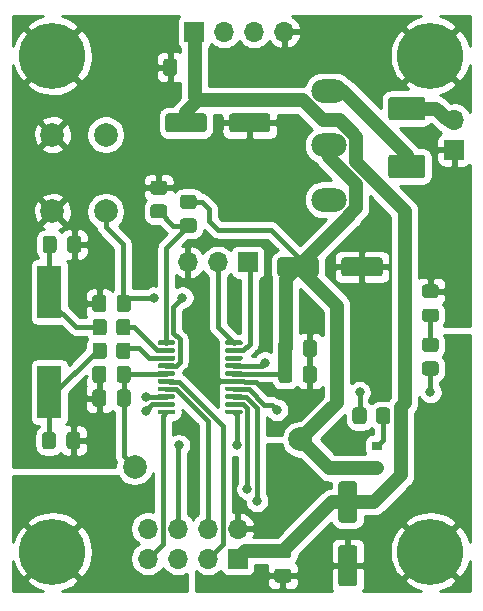
<source format=gbr>
G04 #@! TF.GenerationSoftware,KiCad,Pcbnew,5.1.9-73d0e3b20d~88~ubuntu18.04.1*
G04 #@! TF.CreationDate,2021-01-31T19:09:56+01:00*
G04 #@! TF.ProjectId,stm32_slave_bat,73746d33-325f-4736-9c61-76655f626174,rev?*
G04 #@! TF.SameCoordinates,Original*
G04 #@! TF.FileFunction,Copper,L1,Top*
G04 #@! TF.FilePolarity,Positive*
%FSLAX46Y46*%
G04 Gerber Fmt 4.6, Leading zero omitted, Abs format (unit mm)*
G04 Created by KiCad (PCBNEW 5.1.9-73d0e3b20d~88~ubuntu18.04.1) date 2021-01-31 19:09:56*
%MOMM*%
%LPD*%
G01*
G04 APERTURE LIST*
G04 #@! TA.AperFunction,ComponentPad*
%ADD10C,2.000000*%
G04 #@! TD*
G04 #@! TA.AperFunction,ComponentPad*
%ADD11R,1.700000X1.700000*%
G04 #@! TD*
G04 #@! TA.AperFunction,ComponentPad*
%ADD12O,1.700000X1.700000*%
G04 #@! TD*
G04 #@! TA.AperFunction,SMDPad,CuDef*
%ADD13R,0.900000X0.800000*%
G04 #@! TD*
G04 #@! TA.AperFunction,ComponentPad*
%ADD14O,3.000000X2.000000*%
G04 #@! TD*
G04 #@! TA.AperFunction,SMDPad,CuDef*
%ADD15R,2.000000X4.500000*%
G04 #@! TD*
G04 #@! TA.AperFunction,ComponentPad*
%ADD16C,5.600000*%
G04 #@! TD*
G04 #@! TA.AperFunction,ViaPad*
%ADD17C,1.600000*%
G04 #@! TD*
G04 #@! TA.AperFunction,ViaPad*
%ADD18C,1.200000*%
G04 #@! TD*
G04 #@! TA.AperFunction,ViaPad*
%ADD19C,0.800000*%
G04 #@! TD*
G04 #@! TA.AperFunction,ViaPad*
%ADD20C,2.000000*%
G04 #@! TD*
G04 #@! TA.AperFunction,ViaPad*
%ADD21C,1.400000*%
G04 #@! TD*
G04 #@! TA.AperFunction,Conductor*
%ADD22C,0.400000*%
G04 #@! TD*
G04 #@! TA.AperFunction,Conductor*
%ADD23C,0.250000*%
G04 #@! TD*
G04 #@! TA.AperFunction,Conductor*
%ADD24C,1.000000*%
G04 #@! TD*
G04 #@! TA.AperFunction,Conductor*
%ADD25C,1.150000*%
G04 #@! TD*
G04 #@! TA.AperFunction,Conductor*
%ADD26C,0.254000*%
G04 #@! TD*
G04 #@! TA.AperFunction,Conductor*
%ADD27C,0.100000*%
G04 #@! TD*
G04 APERTURE END LIST*
G04 #@! TA.AperFunction,SMDPad,CuDef*
G36*
G01*
X225450000Y-105475000D02*
X225450000Y-104525000D01*
G75*
G02*
X225700000Y-104275000I250000J0D01*
G01*
X226375000Y-104275000D01*
G75*
G02*
X226625000Y-104525000I0J-250000D01*
G01*
X226625000Y-105475000D01*
G75*
G02*
X226375000Y-105725000I-250000J0D01*
G01*
X225700000Y-105725000D01*
G75*
G02*
X225450000Y-105475000I0J250000D01*
G01*
G37*
G04 #@! TD.AperFunction*
G04 #@! TA.AperFunction,SMDPad,CuDef*
G36*
G01*
X223375000Y-105475000D02*
X223375000Y-104525000D01*
G75*
G02*
X223625000Y-104275000I250000J0D01*
G01*
X224300000Y-104275000D01*
G75*
G02*
X224550000Y-104525000I0J-250000D01*
G01*
X224550000Y-105475000D01*
G75*
G02*
X224300000Y-105725000I-250000J0D01*
G01*
X223625000Y-105725000D01*
G75*
G02*
X223375000Y-105475000I0J250000D01*
G01*
G37*
G04 #@! TD.AperFunction*
D10*
X218500000Y-117200000D03*
X214000000Y-117200000D03*
X218500000Y-110700000D03*
X214000000Y-110700000D03*
G04 #@! TA.AperFunction,SMDPad,CuDef*
G36*
G01*
X218600000Y-126549999D02*
X218600000Y-127450001D01*
G75*
G02*
X218350001Y-127700000I-249999J0D01*
G01*
X217649999Y-127700000D01*
G75*
G02*
X217400000Y-127450001I0J249999D01*
G01*
X217400000Y-126549999D01*
G75*
G02*
X217649999Y-126300000I249999J0D01*
G01*
X218350001Y-126300000D01*
G75*
G02*
X218600000Y-126549999I0J-249999D01*
G01*
G37*
G04 #@! TD.AperFunction*
G04 #@! TA.AperFunction,SMDPad,CuDef*
G36*
G01*
X220600000Y-126549999D02*
X220600000Y-127450001D01*
G75*
G02*
X220350001Y-127700000I-249999J0D01*
G01*
X219649999Y-127700000D01*
G75*
G02*
X219400000Y-127450001I0J249999D01*
G01*
X219400000Y-126549999D01*
G75*
G02*
X219649999Y-126300000I249999J0D01*
G01*
X220350001Y-126300000D01*
G75*
G02*
X220600000Y-126549999I0J-249999D01*
G01*
G37*
G04 #@! TD.AperFunction*
D11*
X229700000Y-146600000D03*
D12*
X229700000Y-144060000D03*
X227160000Y-146600000D03*
X227160000Y-144060000D03*
X224620000Y-146600000D03*
X224620000Y-144060000D03*
X222080000Y-146600000D03*
X222080000Y-144060000D03*
G04 #@! TA.AperFunction,SMDPad,CuDef*
G36*
G01*
X215250000Y-120475000D02*
X215250000Y-119525000D01*
G75*
G02*
X215500000Y-119275000I250000J0D01*
G01*
X216175000Y-119275000D01*
G75*
G02*
X216425000Y-119525000I0J-250000D01*
G01*
X216425000Y-120475000D01*
G75*
G02*
X216175000Y-120725000I-250000J0D01*
G01*
X215500000Y-120725000D01*
G75*
G02*
X215250000Y-120475000I0J250000D01*
G01*
G37*
G04 #@! TD.AperFunction*
G04 #@! TA.AperFunction,SMDPad,CuDef*
G36*
G01*
X213175000Y-120475000D02*
X213175000Y-119525000D01*
G75*
G02*
X213425000Y-119275000I250000J0D01*
G01*
X214100000Y-119275000D01*
G75*
G02*
X214350000Y-119525000I0J-250000D01*
G01*
X214350000Y-120475000D01*
G75*
G02*
X214100000Y-120725000I-250000J0D01*
G01*
X213425000Y-120725000D01*
G75*
G02*
X213175000Y-120475000I0J250000D01*
G01*
G37*
G04 #@! TD.AperFunction*
G04 #@! TA.AperFunction,SMDPad,CuDef*
G36*
G01*
X213112500Y-137075000D02*
X213112500Y-136125000D01*
G75*
G02*
X213362500Y-135875000I250000J0D01*
G01*
X214037500Y-135875000D01*
G75*
G02*
X214287500Y-136125000I0J-250000D01*
G01*
X214287500Y-137075000D01*
G75*
G02*
X214037500Y-137325000I-250000J0D01*
G01*
X213362500Y-137325000D01*
G75*
G02*
X213112500Y-137075000I0J250000D01*
G01*
G37*
G04 #@! TD.AperFunction*
G04 #@! TA.AperFunction,SMDPad,CuDef*
G36*
G01*
X215187500Y-137075000D02*
X215187500Y-136125000D01*
G75*
G02*
X215437500Y-135875000I250000J0D01*
G01*
X216112500Y-135875000D01*
G75*
G02*
X216362500Y-136125000I0J-250000D01*
G01*
X216362500Y-137075000D01*
G75*
G02*
X216112500Y-137325000I-250000J0D01*
G01*
X215437500Y-137325000D01*
G75*
G02*
X215187500Y-137075000I0J250000D01*
G01*
G37*
G04 #@! TD.AperFunction*
G04 #@! TA.AperFunction,SMDPad,CuDef*
G36*
G01*
X217375000Y-125475000D02*
X217375000Y-124525000D01*
G75*
G02*
X217625000Y-124275000I250000J0D01*
G01*
X218300000Y-124275000D01*
G75*
G02*
X218550000Y-124525000I0J-250000D01*
G01*
X218550000Y-125475000D01*
G75*
G02*
X218300000Y-125725000I-250000J0D01*
G01*
X217625000Y-125725000D01*
G75*
G02*
X217375000Y-125475000I0J250000D01*
G01*
G37*
G04 #@! TD.AperFunction*
G04 #@! TA.AperFunction,SMDPad,CuDef*
G36*
G01*
X219450000Y-125475000D02*
X219450000Y-124525000D01*
G75*
G02*
X219700000Y-124275000I250000J0D01*
G01*
X220375000Y-124275000D01*
G75*
G02*
X220625000Y-124525000I0J-250000D01*
G01*
X220625000Y-125475000D01*
G75*
G02*
X220375000Y-125725000I-250000J0D01*
G01*
X219700000Y-125725000D01*
G75*
G02*
X219450000Y-125475000I0J250000D01*
G01*
G37*
G04 #@! TD.AperFunction*
G04 #@! TA.AperFunction,SMDPad,CuDef*
G36*
G01*
X236375000Y-130525000D02*
X236375000Y-131475000D01*
G75*
G02*
X236125000Y-131725000I-250000J0D01*
G01*
X235450000Y-131725000D01*
G75*
G02*
X235200000Y-131475000I0J250000D01*
G01*
X235200000Y-130525000D01*
G75*
G02*
X235450000Y-130275000I250000J0D01*
G01*
X236125000Y-130275000D01*
G75*
G02*
X236375000Y-130525000I0J-250000D01*
G01*
G37*
G04 #@! TD.AperFunction*
G04 #@! TA.AperFunction,SMDPad,CuDef*
G36*
G01*
X234300000Y-130525000D02*
X234300000Y-131475000D01*
G75*
G02*
X234050000Y-131725000I-250000J0D01*
G01*
X233375000Y-131725000D01*
G75*
G02*
X233125000Y-131475000I0J250000D01*
G01*
X233125000Y-130525000D01*
G75*
G02*
X233375000Y-130275000I250000J0D01*
G01*
X234050000Y-130275000D01*
G75*
G02*
X234300000Y-130525000I0J-250000D01*
G01*
G37*
G04 #@! TD.AperFunction*
G04 #@! TA.AperFunction,SMDPad,CuDef*
G36*
G01*
X218550000Y-130525000D02*
X218550000Y-131475000D01*
G75*
G02*
X218300000Y-131725000I-250000J0D01*
G01*
X217625000Y-131725000D01*
G75*
G02*
X217375000Y-131475000I0J250000D01*
G01*
X217375000Y-130525000D01*
G75*
G02*
X217625000Y-130275000I250000J0D01*
G01*
X218300000Y-130275000D01*
G75*
G02*
X218550000Y-130525000I0J-250000D01*
G01*
G37*
G04 #@! TD.AperFunction*
G04 #@! TA.AperFunction,SMDPad,CuDef*
G36*
G01*
X220625000Y-130525000D02*
X220625000Y-131475000D01*
G75*
G02*
X220375000Y-131725000I-250000J0D01*
G01*
X219700000Y-131725000D01*
G75*
G02*
X219450000Y-131475000I0J250000D01*
G01*
X219450000Y-130525000D01*
G75*
G02*
X219700000Y-130275000I250000J0D01*
G01*
X220375000Y-130275000D01*
G75*
G02*
X220625000Y-130525000I0J-250000D01*
G01*
G37*
G04 #@! TD.AperFunction*
G04 #@! TA.AperFunction,SMDPad,CuDef*
G36*
G01*
X233975000Y-148625000D02*
X233025000Y-148625000D01*
G75*
G02*
X232775000Y-148375000I0J250000D01*
G01*
X232775000Y-147700000D01*
G75*
G02*
X233025000Y-147450000I250000J0D01*
G01*
X233975000Y-147450000D01*
G75*
G02*
X234225000Y-147700000I0J-250000D01*
G01*
X234225000Y-148375000D01*
G75*
G02*
X233975000Y-148625000I-250000J0D01*
G01*
G37*
G04 #@! TD.AperFunction*
G04 #@! TA.AperFunction,SMDPad,CuDef*
G36*
G01*
X233975000Y-146550000D02*
X233025000Y-146550000D01*
G75*
G02*
X232775000Y-146300000I0J250000D01*
G01*
X232775000Y-145625000D01*
G75*
G02*
X233025000Y-145375000I250000J0D01*
G01*
X233975000Y-145375000D01*
G75*
G02*
X234225000Y-145625000I0J-250000D01*
G01*
X234225000Y-146300000D01*
G75*
G02*
X233975000Y-146550000I-250000J0D01*
G01*
G37*
G04 #@! TD.AperFunction*
D11*
X248000000Y-112000000D03*
D12*
X248000000Y-109460000D03*
D13*
X241500000Y-137050000D03*
X241500000Y-138950000D03*
X243500000Y-138000000D03*
G04 #@! TA.AperFunction,SMDPad,CuDef*
G36*
G01*
X220600000Y-128549999D02*
X220600000Y-129450001D01*
G75*
G02*
X220350001Y-129700000I-249999J0D01*
G01*
X219649999Y-129700000D01*
G75*
G02*
X219400000Y-129450001I0J249999D01*
G01*
X219400000Y-128549999D01*
G75*
G02*
X219649999Y-128300000I249999J0D01*
G01*
X220350001Y-128300000D01*
G75*
G02*
X220600000Y-128549999I0J-249999D01*
G01*
G37*
G04 #@! TD.AperFunction*
G04 #@! TA.AperFunction,SMDPad,CuDef*
G36*
G01*
X218600000Y-128549999D02*
X218600000Y-129450001D01*
G75*
G02*
X218350001Y-129700000I-249999J0D01*
G01*
X217649999Y-129700000D01*
G75*
G02*
X217400000Y-129450001I0J249999D01*
G01*
X217400000Y-128549999D01*
G75*
G02*
X217649999Y-128300000I249999J0D01*
G01*
X218350001Y-128300000D01*
G75*
G02*
X218600000Y-128549999I0J-249999D01*
G01*
G37*
G04 #@! TD.AperFunction*
G04 #@! TA.AperFunction,SMDPad,CuDef*
G36*
G01*
X223450001Y-117800000D02*
X222549999Y-117800000D01*
G75*
G02*
X222300000Y-117550001I0J249999D01*
G01*
X222300000Y-116849999D01*
G75*
G02*
X222549999Y-116600000I249999J0D01*
G01*
X223450001Y-116600000D01*
G75*
G02*
X223700000Y-116849999I0J-249999D01*
G01*
X223700000Y-117550001D01*
G75*
G02*
X223450001Y-117800000I-249999J0D01*
G01*
G37*
G04 #@! TD.AperFunction*
G04 #@! TA.AperFunction,SMDPad,CuDef*
G36*
G01*
X223450001Y-115800000D02*
X222549999Y-115800000D01*
G75*
G02*
X222300000Y-115550001I0J249999D01*
G01*
X222300000Y-114849999D01*
G75*
G02*
X222549999Y-114600000I249999J0D01*
G01*
X223450001Y-114600000D01*
G75*
G02*
X223700000Y-114849999I0J-249999D01*
G01*
X223700000Y-115550001D01*
G75*
G02*
X223450001Y-115800000I-249999J0D01*
G01*
G37*
G04 #@! TD.AperFunction*
G04 #@! TA.AperFunction,SMDPad,CuDef*
G36*
G01*
X225950001Y-117000000D02*
X225049999Y-117000000D01*
G75*
G02*
X224800000Y-116750001I0J249999D01*
G01*
X224800000Y-116049999D01*
G75*
G02*
X225049999Y-115800000I249999J0D01*
G01*
X225950001Y-115800000D01*
G75*
G02*
X226200000Y-116049999I0J-249999D01*
G01*
X226200000Y-116750001D01*
G75*
G02*
X225950001Y-117000000I-249999J0D01*
G01*
G37*
G04 #@! TD.AperFunction*
G04 #@! TA.AperFunction,SMDPad,CuDef*
G36*
G01*
X225950001Y-119000000D02*
X225049999Y-119000000D01*
G75*
G02*
X224800000Y-118750001I0J249999D01*
G01*
X224800000Y-118049999D01*
G75*
G02*
X225049999Y-117800000I249999J0D01*
G01*
X225950001Y-117800000D01*
G75*
G02*
X226200000Y-118049999I0J-249999D01*
G01*
X226200000Y-118750001D01*
G75*
G02*
X225950001Y-119000000I-249999J0D01*
G01*
G37*
G04 #@! TD.AperFunction*
G04 #@! TA.AperFunction,SMDPad,CuDef*
G36*
G01*
X239400000Y-134950001D02*
X239400000Y-134049999D01*
G75*
G02*
X239649999Y-133800000I249999J0D01*
G01*
X240350001Y-133800000D01*
G75*
G02*
X240600000Y-134049999I0J-249999D01*
G01*
X240600000Y-134950001D01*
G75*
G02*
X240350001Y-135200000I-249999J0D01*
G01*
X239649999Y-135200000D01*
G75*
G02*
X239400000Y-134950001I0J249999D01*
G01*
G37*
G04 #@! TD.AperFunction*
G04 #@! TA.AperFunction,SMDPad,CuDef*
G36*
G01*
X241400000Y-134950001D02*
X241400000Y-134049999D01*
G75*
G02*
X241649999Y-133800000I249999J0D01*
G01*
X242350001Y-133800000D01*
G75*
G02*
X242600000Y-134049999I0J-249999D01*
G01*
X242600000Y-134950001D01*
G75*
G02*
X242350001Y-135200000I-249999J0D01*
G01*
X241649999Y-135200000D01*
G75*
G02*
X241400000Y-134950001I0J249999D01*
G01*
G37*
G04 #@! TD.AperFunction*
G04 #@! TA.AperFunction,SMDPad,CuDef*
G36*
G01*
X222900000Y-128425000D02*
X222900000Y-128225000D01*
G75*
G02*
X223000000Y-128125000I100000J0D01*
G01*
X224275000Y-128125000D01*
G75*
G02*
X224375000Y-128225000I0J-100000D01*
G01*
X224375000Y-128425000D01*
G75*
G02*
X224275000Y-128525000I-100000J0D01*
G01*
X223000000Y-128525000D01*
G75*
G02*
X222900000Y-128425000I0J100000D01*
G01*
G37*
G04 #@! TD.AperFunction*
G04 #@! TA.AperFunction,SMDPad,CuDef*
G36*
G01*
X222900000Y-129075000D02*
X222900000Y-128875000D01*
G75*
G02*
X223000000Y-128775000I100000J0D01*
G01*
X224275000Y-128775000D01*
G75*
G02*
X224375000Y-128875000I0J-100000D01*
G01*
X224375000Y-129075000D01*
G75*
G02*
X224275000Y-129175000I-100000J0D01*
G01*
X223000000Y-129175000D01*
G75*
G02*
X222900000Y-129075000I0J100000D01*
G01*
G37*
G04 #@! TD.AperFunction*
G04 #@! TA.AperFunction,SMDPad,CuDef*
G36*
G01*
X222900000Y-129725000D02*
X222900000Y-129525000D01*
G75*
G02*
X223000000Y-129425000I100000J0D01*
G01*
X224275000Y-129425000D01*
G75*
G02*
X224375000Y-129525000I0J-100000D01*
G01*
X224375000Y-129725000D01*
G75*
G02*
X224275000Y-129825000I-100000J0D01*
G01*
X223000000Y-129825000D01*
G75*
G02*
X222900000Y-129725000I0J100000D01*
G01*
G37*
G04 #@! TD.AperFunction*
G04 #@! TA.AperFunction,SMDPad,CuDef*
G36*
G01*
X222900000Y-130375000D02*
X222900000Y-130175000D01*
G75*
G02*
X223000000Y-130075000I100000J0D01*
G01*
X224275000Y-130075000D01*
G75*
G02*
X224375000Y-130175000I0J-100000D01*
G01*
X224375000Y-130375000D01*
G75*
G02*
X224275000Y-130475000I-100000J0D01*
G01*
X223000000Y-130475000D01*
G75*
G02*
X222900000Y-130375000I0J100000D01*
G01*
G37*
G04 #@! TD.AperFunction*
G04 #@! TA.AperFunction,SMDPad,CuDef*
G36*
G01*
X222900000Y-131025000D02*
X222900000Y-130825000D01*
G75*
G02*
X223000000Y-130725000I100000J0D01*
G01*
X224275000Y-130725000D01*
G75*
G02*
X224375000Y-130825000I0J-100000D01*
G01*
X224375000Y-131025000D01*
G75*
G02*
X224275000Y-131125000I-100000J0D01*
G01*
X223000000Y-131125000D01*
G75*
G02*
X222900000Y-131025000I0J100000D01*
G01*
G37*
G04 #@! TD.AperFunction*
G04 #@! TA.AperFunction,SMDPad,CuDef*
G36*
G01*
X222900000Y-131675000D02*
X222900000Y-131475000D01*
G75*
G02*
X223000000Y-131375000I100000J0D01*
G01*
X224275000Y-131375000D01*
G75*
G02*
X224375000Y-131475000I0J-100000D01*
G01*
X224375000Y-131675000D01*
G75*
G02*
X224275000Y-131775000I-100000J0D01*
G01*
X223000000Y-131775000D01*
G75*
G02*
X222900000Y-131675000I0J100000D01*
G01*
G37*
G04 #@! TD.AperFunction*
G04 #@! TA.AperFunction,SMDPad,CuDef*
G36*
G01*
X222900000Y-132325000D02*
X222900000Y-132125000D01*
G75*
G02*
X223000000Y-132025000I100000J0D01*
G01*
X224275000Y-132025000D01*
G75*
G02*
X224375000Y-132125000I0J-100000D01*
G01*
X224375000Y-132325000D01*
G75*
G02*
X224275000Y-132425000I-100000J0D01*
G01*
X223000000Y-132425000D01*
G75*
G02*
X222900000Y-132325000I0J100000D01*
G01*
G37*
G04 #@! TD.AperFunction*
G04 #@! TA.AperFunction,SMDPad,CuDef*
G36*
G01*
X222900000Y-132975000D02*
X222900000Y-132775000D01*
G75*
G02*
X223000000Y-132675000I100000J0D01*
G01*
X224275000Y-132675000D01*
G75*
G02*
X224375000Y-132775000I0J-100000D01*
G01*
X224375000Y-132975000D01*
G75*
G02*
X224275000Y-133075000I-100000J0D01*
G01*
X223000000Y-133075000D01*
G75*
G02*
X222900000Y-132975000I0J100000D01*
G01*
G37*
G04 #@! TD.AperFunction*
G04 #@! TA.AperFunction,SMDPad,CuDef*
G36*
G01*
X222900000Y-133625000D02*
X222900000Y-133425000D01*
G75*
G02*
X223000000Y-133325000I100000J0D01*
G01*
X224275000Y-133325000D01*
G75*
G02*
X224375000Y-133425000I0J-100000D01*
G01*
X224375000Y-133625000D01*
G75*
G02*
X224275000Y-133725000I-100000J0D01*
G01*
X223000000Y-133725000D01*
G75*
G02*
X222900000Y-133625000I0J100000D01*
G01*
G37*
G04 #@! TD.AperFunction*
G04 #@! TA.AperFunction,SMDPad,CuDef*
G36*
G01*
X222900000Y-134275000D02*
X222900000Y-134075000D01*
G75*
G02*
X223000000Y-133975000I100000J0D01*
G01*
X224275000Y-133975000D01*
G75*
G02*
X224375000Y-134075000I0J-100000D01*
G01*
X224375000Y-134275000D01*
G75*
G02*
X224275000Y-134375000I-100000J0D01*
G01*
X223000000Y-134375000D01*
G75*
G02*
X222900000Y-134275000I0J100000D01*
G01*
G37*
G04 #@! TD.AperFunction*
G04 #@! TA.AperFunction,SMDPad,CuDef*
G36*
G01*
X228625000Y-134275000D02*
X228625000Y-134075000D01*
G75*
G02*
X228725000Y-133975000I100000J0D01*
G01*
X230000000Y-133975000D01*
G75*
G02*
X230100000Y-134075000I0J-100000D01*
G01*
X230100000Y-134275000D01*
G75*
G02*
X230000000Y-134375000I-100000J0D01*
G01*
X228725000Y-134375000D01*
G75*
G02*
X228625000Y-134275000I0J100000D01*
G01*
G37*
G04 #@! TD.AperFunction*
G04 #@! TA.AperFunction,SMDPad,CuDef*
G36*
G01*
X228625000Y-133625000D02*
X228625000Y-133425000D01*
G75*
G02*
X228725000Y-133325000I100000J0D01*
G01*
X230000000Y-133325000D01*
G75*
G02*
X230100000Y-133425000I0J-100000D01*
G01*
X230100000Y-133625000D01*
G75*
G02*
X230000000Y-133725000I-100000J0D01*
G01*
X228725000Y-133725000D01*
G75*
G02*
X228625000Y-133625000I0J100000D01*
G01*
G37*
G04 #@! TD.AperFunction*
G04 #@! TA.AperFunction,SMDPad,CuDef*
G36*
G01*
X228625000Y-132975000D02*
X228625000Y-132775000D01*
G75*
G02*
X228725000Y-132675000I100000J0D01*
G01*
X230000000Y-132675000D01*
G75*
G02*
X230100000Y-132775000I0J-100000D01*
G01*
X230100000Y-132975000D01*
G75*
G02*
X230000000Y-133075000I-100000J0D01*
G01*
X228725000Y-133075000D01*
G75*
G02*
X228625000Y-132975000I0J100000D01*
G01*
G37*
G04 #@! TD.AperFunction*
G04 #@! TA.AperFunction,SMDPad,CuDef*
G36*
G01*
X228625000Y-132325000D02*
X228625000Y-132125000D01*
G75*
G02*
X228725000Y-132025000I100000J0D01*
G01*
X230000000Y-132025000D01*
G75*
G02*
X230100000Y-132125000I0J-100000D01*
G01*
X230100000Y-132325000D01*
G75*
G02*
X230000000Y-132425000I-100000J0D01*
G01*
X228725000Y-132425000D01*
G75*
G02*
X228625000Y-132325000I0J100000D01*
G01*
G37*
G04 #@! TD.AperFunction*
G04 #@! TA.AperFunction,SMDPad,CuDef*
G36*
G01*
X228625000Y-131675000D02*
X228625000Y-131475000D01*
G75*
G02*
X228725000Y-131375000I100000J0D01*
G01*
X230000000Y-131375000D01*
G75*
G02*
X230100000Y-131475000I0J-100000D01*
G01*
X230100000Y-131675000D01*
G75*
G02*
X230000000Y-131775000I-100000J0D01*
G01*
X228725000Y-131775000D01*
G75*
G02*
X228625000Y-131675000I0J100000D01*
G01*
G37*
G04 #@! TD.AperFunction*
G04 #@! TA.AperFunction,SMDPad,CuDef*
G36*
G01*
X228625000Y-131025000D02*
X228625000Y-130825000D01*
G75*
G02*
X228725000Y-130725000I100000J0D01*
G01*
X230000000Y-130725000D01*
G75*
G02*
X230100000Y-130825000I0J-100000D01*
G01*
X230100000Y-131025000D01*
G75*
G02*
X230000000Y-131125000I-100000J0D01*
G01*
X228725000Y-131125000D01*
G75*
G02*
X228625000Y-131025000I0J100000D01*
G01*
G37*
G04 #@! TD.AperFunction*
G04 #@! TA.AperFunction,SMDPad,CuDef*
G36*
G01*
X228625000Y-130375000D02*
X228625000Y-130175000D01*
G75*
G02*
X228725000Y-130075000I100000J0D01*
G01*
X230000000Y-130075000D01*
G75*
G02*
X230100000Y-130175000I0J-100000D01*
G01*
X230100000Y-130375000D01*
G75*
G02*
X230000000Y-130475000I-100000J0D01*
G01*
X228725000Y-130475000D01*
G75*
G02*
X228625000Y-130375000I0J100000D01*
G01*
G37*
G04 #@! TD.AperFunction*
G04 #@! TA.AperFunction,SMDPad,CuDef*
G36*
G01*
X228625000Y-129725000D02*
X228625000Y-129525000D01*
G75*
G02*
X228725000Y-129425000I100000J0D01*
G01*
X230000000Y-129425000D01*
G75*
G02*
X230100000Y-129525000I0J-100000D01*
G01*
X230100000Y-129725000D01*
G75*
G02*
X230000000Y-129825000I-100000J0D01*
G01*
X228725000Y-129825000D01*
G75*
G02*
X228625000Y-129725000I0J100000D01*
G01*
G37*
G04 #@! TD.AperFunction*
G04 #@! TA.AperFunction,SMDPad,CuDef*
G36*
G01*
X228625000Y-129075000D02*
X228625000Y-128875000D01*
G75*
G02*
X228725000Y-128775000I100000J0D01*
G01*
X230000000Y-128775000D01*
G75*
G02*
X230100000Y-128875000I0J-100000D01*
G01*
X230100000Y-129075000D01*
G75*
G02*
X230000000Y-129175000I-100000J0D01*
G01*
X228725000Y-129175000D01*
G75*
G02*
X228625000Y-129075000I0J100000D01*
G01*
G37*
G04 #@! TD.AperFunction*
G04 #@! TA.AperFunction,SMDPad,CuDef*
G36*
G01*
X228625000Y-128425000D02*
X228625000Y-128225000D01*
G75*
G02*
X228725000Y-128125000I100000J0D01*
G01*
X230000000Y-128125000D01*
G75*
G02*
X230100000Y-128225000I0J-100000D01*
G01*
X230100000Y-128425000D01*
G75*
G02*
X230000000Y-128525000I-100000J0D01*
G01*
X228725000Y-128525000D01*
G75*
G02*
X228625000Y-128425000I0J100000D01*
G01*
G37*
G04 #@! TD.AperFunction*
D11*
X226000000Y-102000000D03*
D12*
X228540000Y-102000000D03*
X231080000Y-102000000D03*
X233620000Y-102000000D03*
G04 #@! TA.AperFunction,SMDPad,CuDef*
G36*
G01*
X236387500Y-128325000D02*
X236387500Y-129275000D01*
G75*
G02*
X236137500Y-129525000I-250000J0D01*
G01*
X235462500Y-129525000D01*
G75*
G02*
X235212500Y-129275000I0J250000D01*
G01*
X235212500Y-128325000D01*
G75*
G02*
X235462500Y-128075000I250000J0D01*
G01*
X236137500Y-128075000D01*
G75*
G02*
X236387500Y-128325000I0J-250000D01*
G01*
G37*
G04 #@! TD.AperFunction*
G04 #@! TA.AperFunction,SMDPad,CuDef*
G36*
G01*
X234312500Y-128325000D02*
X234312500Y-129275000D01*
G75*
G02*
X234062500Y-129525000I-250000J0D01*
G01*
X233387500Y-129525000D01*
G75*
G02*
X233137500Y-129275000I0J250000D01*
G01*
X233137500Y-128325000D01*
G75*
G02*
X233387500Y-128075000I250000J0D01*
G01*
X234062500Y-128075000D01*
G75*
G02*
X234312500Y-128325000I0J-250000D01*
G01*
G37*
G04 #@! TD.AperFunction*
G04 #@! TA.AperFunction,SMDPad,CuDef*
G36*
G01*
X218550000Y-132525000D02*
X218550000Y-133475000D01*
G75*
G02*
X218300000Y-133725000I-250000J0D01*
G01*
X217625000Y-133725000D01*
G75*
G02*
X217375000Y-133475000I0J250000D01*
G01*
X217375000Y-132525000D01*
G75*
G02*
X217625000Y-132275000I250000J0D01*
G01*
X218300000Y-132275000D01*
G75*
G02*
X218550000Y-132525000I0J-250000D01*
G01*
G37*
G04 #@! TD.AperFunction*
G04 #@! TA.AperFunction,SMDPad,CuDef*
G36*
G01*
X220625000Y-132525000D02*
X220625000Y-133475000D01*
G75*
G02*
X220375000Y-133725000I-250000J0D01*
G01*
X219700000Y-133725000D01*
G75*
G02*
X219450000Y-133475000I0J250000D01*
G01*
X219450000Y-132525000D01*
G75*
G02*
X219700000Y-132275000I250000J0D01*
G01*
X220375000Y-132275000D01*
G75*
G02*
X220625000Y-132525000I0J-250000D01*
G01*
G37*
G04 #@! TD.AperFunction*
G04 #@! TA.AperFunction,SMDPad,CuDef*
G36*
G01*
X233050000Y-122450000D02*
X233050000Y-121350000D01*
G75*
G02*
X233300000Y-121100000I250000J0D01*
G01*
X236300000Y-121100000D01*
G75*
G02*
X236550000Y-121350000I0J-250000D01*
G01*
X236550000Y-122450000D01*
G75*
G02*
X236300000Y-122700000I-250000J0D01*
G01*
X233300000Y-122700000D01*
G75*
G02*
X233050000Y-122450000I0J250000D01*
G01*
G37*
G04 #@! TD.AperFunction*
G04 #@! TA.AperFunction,SMDPad,CuDef*
G36*
G01*
X238450000Y-122450000D02*
X238450000Y-121350000D01*
G75*
G02*
X238700000Y-121100000I250000J0D01*
G01*
X241700000Y-121100000D01*
G75*
G02*
X241950000Y-121350000I0J-250000D01*
G01*
X241950000Y-122450000D01*
G75*
G02*
X241700000Y-122700000I-250000J0D01*
G01*
X238700000Y-122700000D01*
G75*
G02*
X238450000Y-122450000I0J250000D01*
G01*
G37*
G04 #@! TD.AperFunction*
G04 #@! TA.AperFunction,SMDPad,CuDef*
G36*
G01*
X228950000Y-110250000D02*
X228950000Y-109150000D01*
G75*
G02*
X229200000Y-108900000I250000J0D01*
G01*
X232200000Y-108900000D01*
G75*
G02*
X232450000Y-109150000I0J-250000D01*
G01*
X232450000Y-110250000D01*
G75*
G02*
X232200000Y-110500000I-250000J0D01*
G01*
X229200000Y-110500000D01*
G75*
G02*
X228950000Y-110250000I0J250000D01*
G01*
G37*
G04 #@! TD.AperFunction*
G04 #@! TA.AperFunction,SMDPad,CuDef*
G36*
G01*
X223550000Y-110250000D02*
X223550000Y-109150000D01*
G75*
G02*
X223800000Y-108900000I250000J0D01*
G01*
X226800000Y-108900000D01*
G75*
G02*
X227050000Y-109150000I0J-250000D01*
G01*
X227050000Y-110250000D01*
G75*
G02*
X226800000Y-110500000I-250000J0D01*
G01*
X223800000Y-110500000D01*
G75*
G02*
X223550000Y-110250000I0J250000D01*
G01*
G37*
G04 #@! TD.AperFunction*
G04 #@! TA.AperFunction,SMDPad,CuDef*
G36*
G01*
X238450000Y-140050000D02*
X239550000Y-140050000D01*
G75*
G02*
X239800000Y-140300000I0J-250000D01*
G01*
X239800000Y-143300000D01*
G75*
G02*
X239550000Y-143550000I-250000J0D01*
G01*
X238450000Y-143550000D01*
G75*
G02*
X238200000Y-143300000I0J250000D01*
G01*
X238200000Y-140300000D01*
G75*
G02*
X238450000Y-140050000I250000J0D01*
G01*
G37*
G04 #@! TD.AperFunction*
G04 #@! TA.AperFunction,SMDPad,CuDef*
G36*
G01*
X238450000Y-145450000D02*
X239550000Y-145450000D01*
G75*
G02*
X239800000Y-145700000I0J-250000D01*
G01*
X239800000Y-148700000D01*
G75*
G02*
X239550000Y-148950000I-250000J0D01*
G01*
X238450000Y-148950000D01*
G75*
G02*
X238200000Y-148700000I0J250000D01*
G01*
X238200000Y-145700000D01*
G75*
G02*
X238450000Y-145450000I250000J0D01*
G01*
G37*
G04 #@! TD.AperFunction*
G04 #@! TA.AperFunction,SMDPad,CuDef*
G36*
G01*
X242675000Y-107500000D02*
X245325000Y-107500000D01*
G75*
G02*
X245575000Y-107750000I0J-250000D01*
G01*
X245575000Y-109250000D01*
G75*
G02*
X245325000Y-109500000I-250000J0D01*
G01*
X242675000Y-109500000D01*
G75*
G02*
X242425000Y-109250000I0J250000D01*
G01*
X242425000Y-107750000D01*
G75*
G02*
X242675000Y-107500000I250000J0D01*
G01*
G37*
G04 #@! TD.AperFunction*
G04 #@! TA.AperFunction,SMDPad,CuDef*
G36*
G01*
X242675000Y-112400000D02*
X245325000Y-112400000D01*
G75*
G02*
X245575000Y-112650000I0J-250000D01*
G01*
X245575000Y-114150000D01*
G75*
G02*
X245325000Y-114400000I-250000J0D01*
G01*
X242675000Y-114400000D01*
G75*
G02*
X242425000Y-114150000I0J250000D01*
G01*
X242425000Y-112650000D01*
G75*
G02*
X242675000Y-112400000I250000J0D01*
G01*
G37*
G04 #@! TD.AperFunction*
D14*
X237400000Y-107000000D03*
X237400000Y-111600000D03*
X237400000Y-116200000D03*
D15*
X213750000Y-124000000D03*
X213750000Y-132500000D03*
G04 #@! TA.AperFunction,SMDPad,CuDef*
G36*
G01*
X245549999Y-123375000D02*
X246450001Y-123375000D01*
G75*
G02*
X246700000Y-123624999I0J-249999D01*
G01*
X246700000Y-124275001D01*
G75*
G02*
X246450001Y-124525000I-249999J0D01*
G01*
X245549999Y-124525000D01*
G75*
G02*
X245300000Y-124275001I0J249999D01*
G01*
X245300000Y-123624999D01*
G75*
G02*
X245549999Y-123375000I249999J0D01*
G01*
G37*
G04 #@! TD.AperFunction*
G04 #@! TA.AperFunction,SMDPad,CuDef*
G36*
G01*
X245549999Y-125425000D02*
X246450001Y-125425000D01*
G75*
G02*
X246700000Y-125674999I0J-249999D01*
G01*
X246700000Y-126325001D01*
G75*
G02*
X246450001Y-126575000I-249999J0D01*
G01*
X245549999Y-126575000D01*
G75*
G02*
X245300000Y-126325001I0J249999D01*
G01*
X245300000Y-125674999D01*
G75*
G02*
X245549999Y-125425000I249999J0D01*
G01*
G37*
G04 #@! TD.AperFunction*
G04 #@! TA.AperFunction,SMDPad,CuDef*
G36*
G01*
X245549999Y-127900000D02*
X246450001Y-127900000D01*
G75*
G02*
X246700000Y-128149999I0J-249999D01*
G01*
X246700000Y-128850001D01*
G75*
G02*
X246450001Y-129100000I-249999J0D01*
G01*
X245549999Y-129100000D01*
G75*
G02*
X245300000Y-128850001I0J249999D01*
G01*
X245300000Y-128149999D01*
G75*
G02*
X245549999Y-127900000I249999J0D01*
G01*
G37*
G04 #@! TD.AperFunction*
G04 #@! TA.AperFunction,SMDPad,CuDef*
G36*
G01*
X245549999Y-129900000D02*
X246450001Y-129900000D01*
G75*
G02*
X246700000Y-130149999I0J-249999D01*
G01*
X246700000Y-130850001D01*
G75*
G02*
X246450001Y-131100000I-249999J0D01*
G01*
X245549999Y-131100000D01*
G75*
G02*
X245300000Y-130850001I0J249999D01*
G01*
X245300000Y-130149999D01*
G75*
G02*
X245549999Y-129900000I249999J0D01*
G01*
G37*
G04 #@! TD.AperFunction*
D11*
X230540000Y-121500000D03*
D12*
X228000000Y-121500000D03*
X225460000Y-121500000D03*
D16*
X214000000Y-146000000D03*
X214000000Y-104000000D03*
X246000000Y-104000000D03*
X246000000Y-146000000D03*
D17*
X214000000Y-141500000D03*
X218500000Y-146000000D03*
X217500000Y-142500000D03*
D18*
X242000000Y-119000000D03*
X242000000Y-125000000D03*
D19*
X225000000Y-135250000D03*
X226500000Y-124500000D03*
X232000000Y-126500000D03*
X229500000Y-125500000D03*
X239000000Y-137000000D03*
D17*
X247500000Y-140000000D03*
X247500000Y-135000000D03*
D18*
X248000000Y-130000000D03*
X248000000Y-125000000D03*
D17*
X247500000Y-120000000D03*
D20*
X226750000Y-131000000D03*
D17*
X214000000Y-128250000D03*
X216000000Y-114000000D03*
X234000000Y-140500000D03*
D19*
X221250000Y-120250000D03*
X218000000Y-136500000D03*
X217500000Y-122000000D03*
D17*
X211500000Y-114000000D03*
D19*
X220000000Y-113800000D03*
X222000000Y-105500000D03*
X223500000Y-102500000D03*
D17*
X219000000Y-102500000D03*
X218000000Y-107500000D03*
X231000000Y-105250000D03*
X247500000Y-116000000D03*
D21*
X236000000Y-126500000D03*
D17*
X241600000Y-128000000D03*
X237500000Y-102250000D03*
D19*
X211500000Y-137500000D03*
X211750000Y-132500000D03*
X211750000Y-127500000D03*
X211750000Y-122500000D03*
X211500000Y-117500000D03*
X241250000Y-147500000D03*
X241250000Y-144500000D03*
X243750000Y-142500000D03*
X236250000Y-147500000D03*
X236250000Y-145750000D03*
X233750000Y-142750000D03*
D17*
X226000000Y-126500000D03*
D19*
X242500000Y-101500000D03*
X212000000Y-108250000D03*
X241750000Y-104000000D03*
D20*
X230250000Y-114250000D03*
X226250000Y-114250000D03*
D19*
X226500000Y-128750000D03*
D20*
X234650000Y-114250000D03*
D19*
X234000000Y-112250000D03*
X230250000Y-116750000D03*
X228250000Y-112000000D03*
X223000000Y-112250000D03*
X225000000Y-124500000D03*
X222600000Y-124500000D03*
D20*
X220950000Y-138800000D03*
X235000000Y-136500000D03*
D19*
X231300000Y-141700000D03*
X229600000Y-137000000D03*
X224700000Y-137000000D03*
X230500000Y-140700000D03*
X221884002Y-134100000D03*
X221900000Y-132900000D03*
X233000000Y-134000000D03*
X240000000Y-132500000D03*
X232000000Y-130000000D03*
X246000000Y-132500000D03*
D22*
X218000000Y-127000000D02*
X216000000Y-127000000D01*
X216000000Y-127000000D02*
X213750000Y-124750000D01*
X213750000Y-120012500D02*
X213762500Y-120000000D01*
X213750000Y-124000000D02*
X213750000Y-120012500D01*
X230274972Y-131674972D02*
X231274972Y-131674972D01*
X229362500Y-131575000D02*
X230175000Y-131575000D01*
X230175000Y-131575000D02*
X230274972Y-131674972D01*
X231274972Y-131674972D02*
X231800000Y-132200000D01*
X229025010Y-131525010D02*
X227525010Y-131525010D01*
X229362500Y-131575000D02*
X229075000Y-131575000D01*
X229075000Y-131575000D02*
X229025010Y-131525010D01*
X218000000Y-128750000D02*
X213750000Y-133000000D01*
X213750000Y-136550000D02*
X213700000Y-136600000D01*
X213750000Y-132500000D02*
X213750000Y-136550000D01*
X223637500Y-130275000D02*
X224432124Y-130275000D01*
X220000000Y-124250000D02*
X220000000Y-120000000D01*
X220250000Y-124500000D02*
X220000000Y-124250000D01*
X218500000Y-118500000D02*
X218500000Y-116900000D01*
X220000000Y-120000000D02*
X218500000Y-118500000D01*
D23*
X220537500Y-124500000D02*
X220037500Y-125000000D01*
D22*
X222600000Y-124500000D02*
X220537500Y-124500000D01*
X224775010Y-128017886D02*
X224237510Y-127480386D01*
X224432124Y-130275000D02*
X224775010Y-129932114D01*
X224775010Y-129932114D02*
X224775010Y-128017886D01*
X224237510Y-125262490D02*
X225000000Y-124500000D01*
X224237510Y-127480386D02*
X224237510Y-125262490D01*
X220150000Y-130925000D02*
X220075000Y-131000000D01*
X223637500Y-130925000D02*
X220150000Y-130925000D01*
X233637500Y-130925000D02*
X229362500Y-130925000D01*
X233712500Y-131000000D02*
X233637500Y-130925000D01*
D24*
X233750000Y-130962500D02*
X233712500Y-131000000D01*
D22*
X229312510Y-130974990D02*
X229362500Y-130925000D01*
X226650000Y-116400000D02*
X225500000Y-116400000D01*
X234800000Y-121050000D02*
X232500000Y-118750000D01*
X232500000Y-118750000D02*
X228000000Y-118750000D01*
X234800000Y-121900000D02*
X234800000Y-121050000D01*
X228000000Y-118750000D02*
X227250000Y-118000000D01*
X227250000Y-118000000D02*
X227250000Y-117000000D01*
X227250000Y-117000000D02*
X226650000Y-116400000D01*
D25*
X233750000Y-128775000D02*
X233725000Y-128800000D01*
X234800000Y-121900000D02*
X233750000Y-122950000D01*
X233750000Y-122950000D02*
X233750000Y-128775000D01*
X233712500Y-128812500D02*
X233725000Y-128800000D01*
X233712500Y-131000000D02*
X233712500Y-128812500D01*
D22*
X220037500Y-137887500D02*
X220037500Y-133100000D01*
X220950000Y-138800000D02*
X220037500Y-137887500D01*
X220037500Y-131062500D02*
X219975000Y-131000000D01*
X220037500Y-133100000D02*
X220037500Y-131062500D01*
D25*
X238100000Y-133400000D02*
X235000000Y-136500000D01*
X234800000Y-121900000D02*
X238100000Y-125200000D01*
X238100000Y-125200000D02*
X238100000Y-133400000D01*
X237450000Y-138950000D02*
X235000000Y-136500000D01*
X241500000Y-138950000D02*
X237450000Y-138950000D01*
X239675010Y-114908798D02*
X237400000Y-112633788D01*
X237400000Y-112633788D02*
X237400000Y-111600000D01*
X239675010Y-116935233D02*
X239675010Y-114908798D01*
X239075010Y-117535233D02*
X239675010Y-116935233D01*
X239075010Y-117624990D02*
X239075010Y-117535233D01*
X234800000Y-121900000D02*
X239075010Y-117624990D01*
D22*
X230157124Y-128975000D02*
X230700000Y-128432124D01*
X229362500Y-128975000D02*
X230157124Y-128975000D01*
X230700000Y-121660000D02*
X230540000Y-121500000D01*
X230700000Y-128432124D02*
X230700000Y-121660000D01*
X228000000Y-126962500D02*
X228000000Y-121500000D01*
X229362500Y-128325000D02*
X228000000Y-126962500D01*
X228410001Y-135354335D02*
X228410001Y-145349999D01*
X224680657Y-131624991D02*
X228410001Y-135354335D01*
X228410001Y-145349999D02*
X227160000Y-146600000D01*
X223924990Y-131624990D02*
X224680657Y-131624991D01*
X223875000Y-131575000D02*
X223924990Y-131624990D01*
X223637500Y-131575000D02*
X223875000Y-131575000D01*
X223637500Y-132225000D02*
X223637500Y-132237500D01*
X223637500Y-132237500D02*
X223674990Y-132274990D01*
X227160000Y-134952876D02*
X227160000Y-144060000D01*
X224432124Y-132225000D02*
X227160000Y-134952876D01*
X223637500Y-132225000D02*
X224432124Y-132225000D01*
X230355666Y-132875000D02*
X231300000Y-133819334D01*
X229362500Y-132875000D02*
X230355666Y-132875000D01*
X231300000Y-133819334D02*
X231300000Y-141700000D01*
X229362500Y-134175000D02*
X229600000Y-134412500D01*
X229600000Y-134412500D02*
X229600000Y-137000000D01*
X224620000Y-137080000D02*
X224700000Y-137000000D01*
X224620000Y-144060000D02*
X224620000Y-137080000D01*
X223330001Y-145349999D02*
X222080000Y-146600000D01*
X223330001Y-134482499D02*
X223330001Y-145349999D01*
X223637500Y-134175000D02*
X223330001Y-134482499D01*
X230157124Y-133525000D02*
X230500000Y-133867876D01*
X229362500Y-133525000D02*
X230157124Y-133525000D01*
X230500000Y-133867876D02*
X230500000Y-140700000D01*
X222459002Y-133525000D02*
X221884002Y-134100000D01*
X223637500Y-133525000D02*
X222459002Y-133525000D01*
X223275000Y-132875000D02*
X223250000Y-132900000D01*
X223637500Y-132875000D02*
X223275000Y-132875000D01*
X223250000Y-132900000D02*
X221900000Y-132900000D01*
X220867876Y-127000000D02*
X220000000Y-127000000D01*
X223637500Y-128975000D02*
X222842876Y-128975000D01*
X222842876Y-128975000D02*
X220867876Y-127000000D01*
X223075010Y-129575010D02*
X222175010Y-129575010D01*
X223637500Y-129625000D02*
X223125000Y-129625000D01*
X223125000Y-129625000D02*
X223075010Y-129575010D01*
X221350000Y-128750000D02*
X220000000Y-128750000D01*
X222175010Y-129575010D02*
X221350000Y-128750000D01*
X225500000Y-118400000D02*
X224900000Y-118400000D01*
X223637500Y-120262500D02*
X225500000Y-118400000D01*
X223637500Y-128325000D02*
X223637500Y-120262500D01*
X224200000Y-118400000D02*
X223000000Y-117200000D01*
X225500000Y-118400000D02*
X224200000Y-118400000D01*
X240000000Y-132500000D02*
X240000000Y-134500000D01*
X229362500Y-132237500D02*
X229399990Y-132274990D01*
X229399990Y-132274990D02*
X230604199Y-132274991D01*
X231900009Y-133570801D02*
X232570801Y-133570801D01*
X229362500Y-132225000D02*
X229362500Y-132237500D01*
X230604199Y-132274991D02*
X231900009Y-133570801D01*
X232570801Y-133570801D02*
X233000000Y-134000000D01*
D25*
X241250000Y-141800000D02*
X239000000Y-141800000D01*
X243500000Y-139550000D02*
X241250000Y-141800000D01*
X243500000Y-138000000D02*
X243500000Y-139550000D01*
X237662500Y-141800000D02*
X233500000Y-145962500D01*
X239000000Y-141800000D02*
X237662500Y-141800000D01*
X230337500Y-145962500D02*
X229700000Y-146600000D01*
X233500000Y-145962500D02*
X230337500Y-145962500D01*
X236889757Y-109500000D02*
X235189757Y-107800000D01*
X238310243Y-109500000D02*
X236889757Y-109500000D01*
X239675010Y-110864767D02*
X238310243Y-109500000D01*
X243500000Y-133739002D02*
X243824999Y-133414003D01*
X243500000Y-138000000D02*
X243500000Y-133739002D01*
X243824999Y-133414003D02*
X243824999Y-117149585D01*
X243824999Y-117149585D02*
X239675010Y-112999596D01*
X239675010Y-112999596D02*
X239675010Y-110864767D01*
X235189757Y-107800000D02*
X226300000Y-107800000D01*
X225300000Y-108800000D02*
X225300000Y-109700000D01*
X226300000Y-107800000D02*
X225300000Y-108800000D01*
X226037500Y-107537500D02*
X226037500Y-105000000D01*
X226300000Y-107800000D02*
X226037500Y-107537500D01*
X226037500Y-102037500D02*
X226000000Y-102000000D01*
X226037500Y-105000000D02*
X226037500Y-102037500D01*
D22*
X242000000Y-136550000D02*
X241500000Y-137050000D01*
X242000000Y-134500000D02*
X242000000Y-136550000D01*
D25*
X248000000Y-109460000D02*
X247460000Y-109460000D01*
X246500000Y-108500000D02*
X244000000Y-108500000D01*
X247460000Y-109460000D02*
X246500000Y-108500000D01*
X243800000Y-113200000D02*
X243600000Y-113200000D01*
X237719445Y-107000000D02*
X237400000Y-107000000D01*
X243800000Y-113200000D02*
X243800000Y-113080555D01*
X238600000Y-107000000D02*
X237400000Y-107000000D01*
X244000000Y-112400000D02*
X238600000Y-107000000D01*
X244000000Y-113400000D02*
X244000000Y-112400000D01*
D22*
X246000000Y-128500000D02*
X246000000Y-126000000D01*
X229362500Y-130275000D02*
X231725000Y-130275000D01*
X231725000Y-130275000D02*
X232000000Y-130000000D01*
X246000000Y-132500000D02*
X246000000Y-130500000D01*
D26*
X249340000Y-145178821D02*
X249192130Y-144686994D01*
X248874639Y-144089470D01*
X248865177Y-144075308D01*
X248416481Y-143763124D01*
X246179605Y-146000000D01*
X248416481Y-148236876D01*
X248865177Y-147924692D01*
X249185612Y-147328741D01*
X249340000Y-146824275D01*
X249340000Y-149340000D01*
X246821179Y-149340000D01*
X247313006Y-149192130D01*
X247910530Y-148874639D01*
X247924692Y-148865177D01*
X248236876Y-148416481D01*
X246000000Y-146179605D01*
X243763124Y-148416481D01*
X244075308Y-148865177D01*
X244671259Y-149185612D01*
X245175724Y-149340000D01*
X240301398Y-149340000D01*
X240330537Y-149304494D01*
X240389502Y-149194180D01*
X240425812Y-149074482D01*
X240438072Y-148950000D01*
X240435000Y-147485750D01*
X240276250Y-147327000D01*
X239127000Y-147327000D01*
X239127000Y-147347000D01*
X238873000Y-147347000D01*
X238873000Y-147327000D01*
X237723750Y-147327000D01*
X237565000Y-147485750D01*
X237561928Y-148950000D01*
X237574188Y-149074482D01*
X237610498Y-149194180D01*
X237669463Y-149304494D01*
X237698602Y-149340000D01*
X226127000Y-149340000D01*
X226127000Y-148625000D01*
X232136928Y-148625000D01*
X232149188Y-148749482D01*
X232185498Y-148869180D01*
X232244463Y-148979494D01*
X232323815Y-149076185D01*
X232420506Y-149155537D01*
X232530820Y-149214502D01*
X232650518Y-149250812D01*
X232775000Y-149263072D01*
X233214250Y-149260000D01*
X233373000Y-149101250D01*
X233373000Y-148164500D01*
X233627000Y-148164500D01*
X233627000Y-149101250D01*
X233785750Y-149260000D01*
X234225000Y-149263072D01*
X234349482Y-149250812D01*
X234469180Y-149214502D01*
X234579494Y-149155537D01*
X234676185Y-149076185D01*
X234755537Y-148979494D01*
X234814502Y-148869180D01*
X234850812Y-148749482D01*
X234863072Y-148625000D01*
X234860000Y-148323250D01*
X234701250Y-148164500D01*
X233627000Y-148164500D01*
X233373000Y-148164500D01*
X232298750Y-148164500D01*
X232140000Y-148323250D01*
X232136928Y-148625000D01*
X226127000Y-148625000D01*
X226127000Y-147667107D01*
X226213368Y-147753475D01*
X226456589Y-147915990D01*
X226726842Y-148027932D01*
X227013740Y-148085000D01*
X227306260Y-148085000D01*
X227593158Y-148027932D01*
X227863411Y-147915990D01*
X228106632Y-147753475D01*
X228238487Y-147621620D01*
X228260498Y-147694180D01*
X228319463Y-147804494D01*
X228398815Y-147901185D01*
X228495506Y-147980537D01*
X228605820Y-148039502D01*
X228725518Y-148075812D01*
X228850000Y-148088072D01*
X230550000Y-148088072D01*
X230674482Y-148075812D01*
X230794180Y-148039502D01*
X230904494Y-147980537D01*
X231001185Y-147901185D01*
X231080537Y-147804494D01*
X231139502Y-147694180D01*
X231175812Y-147574482D01*
X231188072Y-147450000D01*
X231188072Y-147172500D01*
X232203308Y-147172500D01*
X232185498Y-147205820D01*
X232149188Y-147325518D01*
X232136928Y-147450000D01*
X232140000Y-147751750D01*
X232298750Y-147910500D01*
X233373000Y-147910500D01*
X233373000Y-147890500D01*
X233627000Y-147890500D01*
X233627000Y-147910500D01*
X234701250Y-147910500D01*
X234860000Y-147751750D01*
X234863072Y-147450000D01*
X234850812Y-147325518D01*
X234814502Y-147205820D01*
X234755537Y-147095506D01*
X234676185Y-146998815D01*
X234596406Y-146933342D01*
X234602962Y-146927962D01*
X234713405Y-146793386D01*
X234795472Y-146639850D01*
X234846008Y-146473254D01*
X234861911Y-146311786D01*
X235723697Y-145450000D01*
X237561928Y-145450000D01*
X237565000Y-146914250D01*
X237723750Y-147073000D01*
X238873000Y-147073000D01*
X238873000Y-144973750D01*
X239127000Y-144973750D01*
X239127000Y-147073000D01*
X240276250Y-147073000D01*
X240435000Y-146914250D01*
X240436935Y-145991484D01*
X242548390Y-145991484D01*
X242613051Y-146665023D01*
X242807870Y-147313006D01*
X243125361Y-147910530D01*
X243134823Y-147924692D01*
X243583519Y-148236876D01*
X245820395Y-146000000D01*
X243583519Y-143763124D01*
X243134823Y-144075308D01*
X242814388Y-144671259D01*
X242616374Y-145318273D01*
X242548390Y-145991484D01*
X240436935Y-145991484D01*
X240438072Y-145450000D01*
X240425812Y-145325518D01*
X240389502Y-145205820D01*
X240330537Y-145095506D01*
X240251185Y-144998815D01*
X240154494Y-144919463D01*
X240044180Y-144860498D01*
X239924482Y-144824188D01*
X239800000Y-144811928D01*
X239285750Y-144815000D01*
X239127000Y-144973750D01*
X238873000Y-144973750D01*
X238714250Y-144815000D01*
X238200000Y-144811928D01*
X238075518Y-144824188D01*
X237955820Y-144860498D01*
X237845506Y-144919463D01*
X237748815Y-144998815D01*
X237669463Y-145095506D01*
X237610498Y-145205820D01*
X237574188Y-145325518D01*
X237561928Y-145450000D01*
X235723697Y-145450000D01*
X237607259Y-143566439D01*
X237629528Y-143639850D01*
X237711595Y-143793386D01*
X237822038Y-143927962D01*
X237956614Y-144038405D01*
X238110150Y-144120472D01*
X238276746Y-144171008D01*
X238450000Y-144188072D01*
X239550000Y-144188072D01*
X239723254Y-144171008D01*
X239889850Y-144120472D01*
X240043386Y-144038405D01*
X240177962Y-143927962D01*
X240288405Y-143793386D01*
X240370472Y-143639850D01*
X240387559Y-143583519D01*
X243763124Y-143583519D01*
X246000000Y-145820395D01*
X248236876Y-143583519D01*
X247924692Y-143134823D01*
X247328741Y-142814388D01*
X246681727Y-142616374D01*
X246008516Y-142548390D01*
X245334977Y-142613051D01*
X244686994Y-142807870D01*
X244089470Y-143125361D01*
X244075308Y-143134823D01*
X243763124Y-143583519D01*
X240387559Y-143583519D01*
X240421008Y-143473254D01*
X240438072Y-143300000D01*
X240438072Y-143010000D01*
X241190565Y-143010000D01*
X241250000Y-143015854D01*
X241309435Y-143010000D01*
X241309437Y-143010000D01*
X241487201Y-142992492D01*
X241715287Y-142923303D01*
X241925492Y-142810946D01*
X242109739Y-142659739D01*
X242147637Y-142613560D01*
X244313566Y-140447632D01*
X244359739Y-140409739D01*
X244510946Y-140225492D01*
X244592293Y-140073303D01*
X244623303Y-140015288D01*
X244692492Y-139787202D01*
X244715854Y-139550000D01*
X244710000Y-139490562D01*
X244710000Y-134242960D01*
X244835945Y-134089495D01*
X244948302Y-133879290D01*
X245017491Y-133651204D01*
X245034999Y-133473440D01*
X245034999Y-133473438D01*
X245040853Y-133414003D01*
X245034999Y-133354568D01*
X245034999Y-132874867D01*
X245082795Y-132990256D01*
X245196063Y-133159774D01*
X245340226Y-133303937D01*
X245509744Y-133417205D01*
X245698102Y-133495226D01*
X245898061Y-133535000D01*
X246101939Y-133535000D01*
X246301898Y-133495226D01*
X246490256Y-133417205D01*
X246659774Y-133303937D01*
X246803937Y-133159774D01*
X246917205Y-132990256D01*
X246995226Y-132801898D01*
X247035000Y-132601939D01*
X247035000Y-132398061D01*
X246995226Y-132198102D01*
X246917205Y-132009744D01*
X246835000Y-131886715D01*
X246835000Y-131646339D01*
X246943387Y-131588405D01*
X247077962Y-131477962D01*
X247188405Y-131343387D01*
X247270472Y-131189851D01*
X247321008Y-131023255D01*
X247338072Y-130850001D01*
X247338072Y-130149999D01*
X247321008Y-129976745D01*
X247270472Y-129810149D01*
X247188405Y-129656613D01*
X247077962Y-129522038D01*
X247051109Y-129500000D01*
X247077962Y-129477962D01*
X247188405Y-129343387D01*
X247270472Y-129189851D01*
X247321008Y-129023255D01*
X247338072Y-128850001D01*
X247338072Y-128149999D01*
X247321008Y-127976745D01*
X247270472Y-127810149D01*
X247188405Y-127656613D01*
X247164102Y-127627000D01*
X249340000Y-127627000D01*
X249340000Y-145178821D01*
G04 #@! TA.AperFunction,Conductor*
D27*
G36*
X249340000Y-145178821D02*
G01*
X249192130Y-144686994D01*
X248874639Y-144089470D01*
X248865177Y-144075308D01*
X248416481Y-143763124D01*
X246179605Y-146000000D01*
X248416481Y-148236876D01*
X248865177Y-147924692D01*
X249185612Y-147328741D01*
X249340000Y-146824275D01*
X249340000Y-149340000D01*
X246821179Y-149340000D01*
X247313006Y-149192130D01*
X247910530Y-148874639D01*
X247924692Y-148865177D01*
X248236876Y-148416481D01*
X246000000Y-146179605D01*
X243763124Y-148416481D01*
X244075308Y-148865177D01*
X244671259Y-149185612D01*
X245175724Y-149340000D01*
X240301398Y-149340000D01*
X240330537Y-149304494D01*
X240389502Y-149194180D01*
X240425812Y-149074482D01*
X240438072Y-148950000D01*
X240435000Y-147485750D01*
X240276250Y-147327000D01*
X239127000Y-147327000D01*
X239127000Y-147347000D01*
X238873000Y-147347000D01*
X238873000Y-147327000D01*
X237723750Y-147327000D01*
X237565000Y-147485750D01*
X237561928Y-148950000D01*
X237574188Y-149074482D01*
X237610498Y-149194180D01*
X237669463Y-149304494D01*
X237698602Y-149340000D01*
X226127000Y-149340000D01*
X226127000Y-148625000D01*
X232136928Y-148625000D01*
X232149188Y-148749482D01*
X232185498Y-148869180D01*
X232244463Y-148979494D01*
X232323815Y-149076185D01*
X232420506Y-149155537D01*
X232530820Y-149214502D01*
X232650518Y-149250812D01*
X232775000Y-149263072D01*
X233214250Y-149260000D01*
X233373000Y-149101250D01*
X233373000Y-148164500D01*
X233627000Y-148164500D01*
X233627000Y-149101250D01*
X233785750Y-149260000D01*
X234225000Y-149263072D01*
X234349482Y-149250812D01*
X234469180Y-149214502D01*
X234579494Y-149155537D01*
X234676185Y-149076185D01*
X234755537Y-148979494D01*
X234814502Y-148869180D01*
X234850812Y-148749482D01*
X234863072Y-148625000D01*
X234860000Y-148323250D01*
X234701250Y-148164500D01*
X233627000Y-148164500D01*
X233373000Y-148164500D01*
X232298750Y-148164500D01*
X232140000Y-148323250D01*
X232136928Y-148625000D01*
X226127000Y-148625000D01*
X226127000Y-147667107D01*
X226213368Y-147753475D01*
X226456589Y-147915990D01*
X226726842Y-148027932D01*
X227013740Y-148085000D01*
X227306260Y-148085000D01*
X227593158Y-148027932D01*
X227863411Y-147915990D01*
X228106632Y-147753475D01*
X228238487Y-147621620D01*
X228260498Y-147694180D01*
X228319463Y-147804494D01*
X228398815Y-147901185D01*
X228495506Y-147980537D01*
X228605820Y-148039502D01*
X228725518Y-148075812D01*
X228850000Y-148088072D01*
X230550000Y-148088072D01*
X230674482Y-148075812D01*
X230794180Y-148039502D01*
X230904494Y-147980537D01*
X231001185Y-147901185D01*
X231080537Y-147804494D01*
X231139502Y-147694180D01*
X231175812Y-147574482D01*
X231188072Y-147450000D01*
X231188072Y-147172500D01*
X232203308Y-147172500D01*
X232185498Y-147205820D01*
X232149188Y-147325518D01*
X232136928Y-147450000D01*
X232140000Y-147751750D01*
X232298750Y-147910500D01*
X233373000Y-147910500D01*
X233373000Y-147890500D01*
X233627000Y-147890500D01*
X233627000Y-147910500D01*
X234701250Y-147910500D01*
X234860000Y-147751750D01*
X234863072Y-147450000D01*
X234850812Y-147325518D01*
X234814502Y-147205820D01*
X234755537Y-147095506D01*
X234676185Y-146998815D01*
X234596406Y-146933342D01*
X234602962Y-146927962D01*
X234713405Y-146793386D01*
X234795472Y-146639850D01*
X234846008Y-146473254D01*
X234861911Y-146311786D01*
X235723697Y-145450000D01*
X237561928Y-145450000D01*
X237565000Y-146914250D01*
X237723750Y-147073000D01*
X238873000Y-147073000D01*
X238873000Y-144973750D01*
X239127000Y-144973750D01*
X239127000Y-147073000D01*
X240276250Y-147073000D01*
X240435000Y-146914250D01*
X240436935Y-145991484D01*
X242548390Y-145991484D01*
X242613051Y-146665023D01*
X242807870Y-147313006D01*
X243125361Y-147910530D01*
X243134823Y-147924692D01*
X243583519Y-148236876D01*
X245820395Y-146000000D01*
X243583519Y-143763124D01*
X243134823Y-144075308D01*
X242814388Y-144671259D01*
X242616374Y-145318273D01*
X242548390Y-145991484D01*
X240436935Y-145991484D01*
X240438072Y-145450000D01*
X240425812Y-145325518D01*
X240389502Y-145205820D01*
X240330537Y-145095506D01*
X240251185Y-144998815D01*
X240154494Y-144919463D01*
X240044180Y-144860498D01*
X239924482Y-144824188D01*
X239800000Y-144811928D01*
X239285750Y-144815000D01*
X239127000Y-144973750D01*
X238873000Y-144973750D01*
X238714250Y-144815000D01*
X238200000Y-144811928D01*
X238075518Y-144824188D01*
X237955820Y-144860498D01*
X237845506Y-144919463D01*
X237748815Y-144998815D01*
X237669463Y-145095506D01*
X237610498Y-145205820D01*
X237574188Y-145325518D01*
X237561928Y-145450000D01*
X235723697Y-145450000D01*
X237607259Y-143566439D01*
X237629528Y-143639850D01*
X237711595Y-143793386D01*
X237822038Y-143927962D01*
X237956614Y-144038405D01*
X238110150Y-144120472D01*
X238276746Y-144171008D01*
X238450000Y-144188072D01*
X239550000Y-144188072D01*
X239723254Y-144171008D01*
X239889850Y-144120472D01*
X240043386Y-144038405D01*
X240177962Y-143927962D01*
X240288405Y-143793386D01*
X240370472Y-143639850D01*
X240387559Y-143583519D01*
X243763124Y-143583519D01*
X246000000Y-145820395D01*
X248236876Y-143583519D01*
X247924692Y-143134823D01*
X247328741Y-142814388D01*
X246681727Y-142616374D01*
X246008516Y-142548390D01*
X245334977Y-142613051D01*
X244686994Y-142807870D01*
X244089470Y-143125361D01*
X244075308Y-143134823D01*
X243763124Y-143583519D01*
X240387559Y-143583519D01*
X240421008Y-143473254D01*
X240438072Y-143300000D01*
X240438072Y-143010000D01*
X241190565Y-143010000D01*
X241250000Y-143015854D01*
X241309435Y-143010000D01*
X241309437Y-143010000D01*
X241487201Y-142992492D01*
X241715287Y-142923303D01*
X241925492Y-142810946D01*
X242109739Y-142659739D01*
X242147637Y-142613560D01*
X244313566Y-140447632D01*
X244359739Y-140409739D01*
X244510946Y-140225492D01*
X244592293Y-140073303D01*
X244623303Y-140015288D01*
X244692492Y-139787202D01*
X244715854Y-139550000D01*
X244710000Y-139490562D01*
X244710000Y-134242960D01*
X244835945Y-134089495D01*
X244948302Y-133879290D01*
X245017491Y-133651204D01*
X245034999Y-133473440D01*
X245034999Y-133473438D01*
X245040853Y-133414003D01*
X245034999Y-133354568D01*
X245034999Y-132874867D01*
X245082795Y-132990256D01*
X245196063Y-133159774D01*
X245340226Y-133303937D01*
X245509744Y-133417205D01*
X245698102Y-133495226D01*
X245898061Y-133535000D01*
X246101939Y-133535000D01*
X246301898Y-133495226D01*
X246490256Y-133417205D01*
X246659774Y-133303937D01*
X246803937Y-133159774D01*
X246917205Y-132990256D01*
X246995226Y-132801898D01*
X247035000Y-132601939D01*
X247035000Y-132398061D01*
X246995226Y-132198102D01*
X246917205Y-132009744D01*
X246835000Y-131886715D01*
X246835000Y-131646339D01*
X246943387Y-131588405D01*
X247077962Y-131477962D01*
X247188405Y-131343387D01*
X247270472Y-131189851D01*
X247321008Y-131023255D01*
X247338072Y-130850001D01*
X247338072Y-130149999D01*
X247321008Y-129976745D01*
X247270472Y-129810149D01*
X247188405Y-129656613D01*
X247077962Y-129522038D01*
X247051109Y-129500000D01*
X247077962Y-129477962D01*
X247188405Y-129343387D01*
X247270472Y-129189851D01*
X247321008Y-129023255D01*
X247338072Y-128850001D01*
X247338072Y-128149999D01*
X247321008Y-127976745D01*
X247270472Y-127810149D01*
X247188405Y-127656613D01*
X247164102Y-127627000D01*
X249340000Y-127627000D01*
X249340000Y-145178821D01*
G37*
G04 #@! TD.AperFunction*
D26*
X222495002Y-142628456D02*
X222226260Y-142575000D01*
X221933740Y-142575000D01*
X221646842Y-142632068D01*
X221376589Y-142744010D01*
X221133368Y-142906525D01*
X220926525Y-143113368D01*
X220764010Y-143356589D01*
X220652068Y-143626842D01*
X220595000Y-143913740D01*
X220595000Y-144206260D01*
X220652068Y-144493158D01*
X220764010Y-144763411D01*
X220926525Y-145006632D01*
X221133368Y-145213475D01*
X221307760Y-145330000D01*
X221133368Y-145446525D01*
X220926525Y-145653368D01*
X220764010Y-145896589D01*
X220652068Y-146166842D01*
X220595000Y-146453740D01*
X220595000Y-146746260D01*
X220652068Y-147033158D01*
X220764010Y-147303411D01*
X220926525Y-147546632D01*
X221133368Y-147753475D01*
X221376589Y-147915990D01*
X221646842Y-148027932D01*
X221933740Y-148085000D01*
X222226260Y-148085000D01*
X222513158Y-148027932D01*
X222783411Y-147915990D01*
X223026632Y-147753475D01*
X223233475Y-147546632D01*
X223350000Y-147372240D01*
X223466525Y-147546632D01*
X223673368Y-147753475D01*
X223916589Y-147915990D01*
X224186842Y-148027932D01*
X224473740Y-148085000D01*
X224766260Y-148085000D01*
X225053158Y-148027932D01*
X225323411Y-147915990D01*
X225373000Y-147882856D01*
X225373000Y-149340000D01*
X214821179Y-149340000D01*
X215313006Y-149192130D01*
X215910530Y-148874639D01*
X215924692Y-148865177D01*
X216236876Y-148416481D01*
X214000000Y-146179605D01*
X211763124Y-148416481D01*
X212075308Y-148865177D01*
X212671259Y-149185612D01*
X213175724Y-149340000D01*
X210660000Y-149340000D01*
X210660000Y-146821179D01*
X210807870Y-147313006D01*
X211125361Y-147910530D01*
X211134823Y-147924692D01*
X211583519Y-148236876D01*
X213820395Y-146000000D01*
X214179605Y-146000000D01*
X216416481Y-148236876D01*
X216865177Y-147924692D01*
X217185612Y-147328741D01*
X217383626Y-146681727D01*
X217451610Y-146008516D01*
X217386949Y-145334977D01*
X217192130Y-144686994D01*
X216874639Y-144089470D01*
X216865177Y-144075308D01*
X216416481Y-143763124D01*
X214179605Y-146000000D01*
X213820395Y-146000000D01*
X211583519Y-143763124D01*
X211134823Y-144075308D01*
X210814388Y-144671259D01*
X210660000Y-145175724D01*
X210660000Y-143583519D01*
X211763124Y-143583519D01*
X214000000Y-145820395D01*
X216236876Y-143583519D01*
X215924692Y-143134823D01*
X215328741Y-142814388D01*
X214681727Y-142616374D01*
X214008516Y-142548390D01*
X213334977Y-142613051D01*
X212686994Y-142807870D01*
X212089470Y-143125361D01*
X212075308Y-143134823D01*
X211763124Y-143583519D01*
X210660000Y-143583519D01*
X210660000Y-139627000D01*
X219500000Y-139627000D01*
X219524776Y-139624560D01*
X219532908Y-139622093D01*
X219680013Y-139842252D01*
X219907748Y-140069987D01*
X220175537Y-140248918D01*
X220473088Y-140372168D01*
X220788967Y-140435000D01*
X221111033Y-140435000D01*
X221426912Y-140372168D01*
X221724463Y-140248918D01*
X221992252Y-140069987D01*
X222219987Y-139842252D01*
X222398918Y-139574463D01*
X222495001Y-139342498D01*
X222495002Y-142628456D01*
G04 #@! TA.AperFunction,Conductor*
D27*
G36*
X222495002Y-142628456D02*
G01*
X222226260Y-142575000D01*
X221933740Y-142575000D01*
X221646842Y-142632068D01*
X221376589Y-142744010D01*
X221133368Y-142906525D01*
X220926525Y-143113368D01*
X220764010Y-143356589D01*
X220652068Y-143626842D01*
X220595000Y-143913740D01*
X220595000Y-144206260D01*
X220652068Y-144493158D01*
X220764010Y-144763411D01*
X220926525Y-145006632D01*
X221133368Y-145213475D01*
X221307760Y-145330000D01*
X221133368Y-145446525D01*
X220926525Y-145653368D01*
X220764010Y-145896589D01*
X220652068Y-146166842D01*
X220595000Y-146453740D01*
X220595000Y-146746260D01*
X220652068Y-147033158D01*
X220764010Y-147303411D01*
X220926525Y-147546632D01*
X221133368Y-147753475D01*
X221376589Y-147915990D01*
X221646842Y-148027932D01*
X221933740Y-148085000D01*
X222226260Y-148085000D01*
X222513158Y-148027932D01*
X222783411Y-147915990D01*
X223026632Y-147753475D01*
X223233475Y-147546632D01*
X223350000Y-147372240D01*
X223466525Y-147546632D01*
X223673368Y-147753475D01*
X223916589Y-147915990D01*
X224186842Y-148027932D01*
X224473740Y-148085000D01*
X224766260Y-148085000D01*
X225053158Y-148027932D01*
X225323411Y-147915990D01*
X225373000Y-147882856D01*
X225373000Y-149340000D01*
X214821179Y-149340000D01*
X215313006Y-149192130D01*
X215910530Y-148874639D01*
X215924692Y-148865177D01*
X216236876Y-148416481D01*
X214000000Y-146179605D01*
X211763124Y-148416481D01*
X212075308Y-148865177D01*
X212671259Y-149185612D01*
X213175724Y-149340000D01*
X210660000Y-149340000D01*
X210660000Y-146821179D01*
X210807870Y-147313006D01*
X211125361Y-147910530D01*
X211134823Y-147924692D01*
X211583519Y-148236876D01*
X213820395Y-146000000D01*
X214179605Y-146000000D01*
X216416481Y-148236876D01*
X216865177Y-147924692D01*
X217185612Y-147328741D01*
X217383626Y-146681727D01*
X217451610Y-146008516D01*
X217386949Y-145334977D01*
X217192130Y-144686994D01*
X216874639Y-144089470D01*
X216865177Y-144075308D01*
X216416481Y-143763124D01*
X214179605Y-146000000D01*
X213820395Y-146000000D01*
X211583519Y-143763124D01*
X211134823Y-144075308D01*
X210814388Y-144671259D01*
X210660000Y-145175724D01*
X210660000Y-143583519D01*
X211763124Y-143583519D01*
X214000000Y-145820395D01*
X216236876Y-143583519D01*
X215924692Y-143134823D01*
X215328741Y-142814388D01*
X214681727Y-142616374D01*
X214008516Y-142548390D01*
X213334977Y-142613051D01*
X212686994Y-142807870D01*
X212089470Y-143125361D01*
X212075308Y-143134823D01*
X211763124Y-143583519D01*
X210660000Y-143583519D01*
X210660000Y-139627000D01*
X219500000Y-139627000D01*
X219524776Y-139624560D01*
X219532908Y-139622093D01*
X219680013Y-139842252D01*
X219907748Y-140069987D01*
X220175537Y-140248918D01*
X220473088Y-140372168D01*
X220788967Y-140435000D01*
X221111033Y-140435000D01*
X221426912Y-140372168D01*
X221724463Y-140248918D01*
X221992252Y-140069987D01*
X222219987Y-139842252D01*
X222398918Y-139574463D01*
X222495001Y-139342498D01*
X222495002Y-142628456D01*
G37*
G04 #@! TD.AperFunction*
D26*
X233427832Y-136976912D02*
X233551082Y-137274463D01*
X233730013Y-137542252D01*
X233957748Y-137769987D01*
X234225537Y-137948918D01*
X234523088Y-138072168D01*
X234838967Y-138135000D01*
X234923802Y-138135000D01*
X236552372Y-139763571D01*
X236590261Y-139809739D01*
X236774508Y-139960946D01*
X236984713Y-140073303D01*
X237212799Y-140142492D01*
X237390563Y-140160000D01*
X237390564Y-140160000D01*
X237449999Y-140165854D01*
X237509434Y-140160000D01*
X237575717Y-140160000D01*
X237561928Y-140300000D01*
X237561928Y-140594051D01*
X237425299Y-140607508D01*
X237197213Y-140676697D01*
X236987008Y-140789054D01*
X236802761Y-140940261D01*
X236764868Y-140986434D01*
X233013214Y-144738089D01*
X232866895Y-144752500D01*
X231007673Y-144752500D01*
X231044157Y-144691252D01*
X231141481Y-144416891D01*
X231020814Y-144187000D01*
X229827000Y-144187000D01*
X229827000Y-144207000D01*
X229573000Y-144207000D01*
X229573000Y-144187000D01*
X229553000Y-144187000D01*
X229553000Y-143933000D01*
X229573000Y-143933000D01*
X229573000Y-142739845D01*
X229827000Y-142739845D01*
X229827000Y-143933000D01*
X231020814Y-143933000D01*
X231141481Y-143703109D01*
X231044157Y-143428748D01*
X230895178Y-143178645D01*
X230700269Y-142962412D01*
X230466920Y-142788359D01*
X230204099Y-142663175D01*
X230056890Y-142618524D01*
X229827000Y-142739845D01*
X229573000Y-142739845D01*
X229343110Y-142618524D01*
X229245001Y-142648282D01*
X229245001Y-137973231D01*
X229298102Y-137995226D01*
X229498061Y-138035000D01*
X229665001Y-138035000D01*
X229665001Y-140086714D01*
X229582795Y-140209744D01*
X229504774Y-140398102D01*
X229465000Y-140598061D01*
X229465000Y-140801939D01*
X229504774Y-141001898D01*
X229582795Y-141190256D01*
X229696063Y-141359774D01*
X229840226Y-141503937D01*
X230009744Y-141617205D01*
X230198102Y-141695226D01*
X230265000Y-141708533D01*
X230265000Y-141801939D01*
X230304774Y-142001898D01*
X230382795Y-142190256D01*
X230496063Y-142359774D01*
X230640226Y-142503937D01*
X230809744Y-142617205D01*
X230998102Y-142695226D01*
X231198061Y-142735000D01*
X231401939Y-142735000D01*
X231601898Y-142695226D01*
X231790256Y-142617205D01*
X231959774Y-142503937D01*
X232103937Y-142359774D01*
X232217205Y-142190256D01*
X232295226Y-142001898D01*
X232335000Y-141801939D01*
X232335000Y-141598061D01*
X232295226Y-141398102D01*
X232217205Y-141209744D01*
X232135000Y-141086715D01*
X232135000Y-136877000D01*
X233407958Y-136877000D01*
X233427832Y-136976912D01*
G04 #@! TA.AperFunction,Conductor*
D27*
G36*
X233427832Y-136976912D02*
G01*
X233551082Y-137274463D01*
X233730013Y-137542252D01*
X233957748Y-137769987D01*
X234225537Y-137948918D01*
X234523088Y-138072168D01*
X234838967Y-138135000D01*
X234923802Y-138135000D01*
X236552372Y-139763571D01*
X236590261Y-139809739D01*
X236774508Y-139960946D01*
X236984713Y-140073303D01*
X237212799Y-140142492D01*
X237390563Y-140160000D01*
X237390564Y-140160000D01*
X237449999Y-140165854D01*
X237509434Y-140160000D01*
X237575717Y-140160000D01*
X237561928Y-140300000D01*
X237561928Y-140594051D01*
X237425299Y-140607508D01*
X237197213Y-140676697D01*
X236987008Y-140789054D01*
X236802761Y-140940261D01*
X236764868Y-140986434D01*
X233013214Y-144738089D01*
X232866895Y-144752500D01*
X231007673Y-144752500D01*
X231044157Y-144691252D01*
X231141481Y-144416891D01*
X231020814Y-144187000D01*
X229827000Y-144187000D01*
X229827000Y-144207000D01*
X229573000Y-144207000D01*
X229573000Y-144187000D01*
X229553000Y-144187000D01*
X229553000Y-143933000D01*
X229573000Y-143933000D01*
X229573000Y-142739845D01*
X229827000Y-142739845D01*
X229827000Y-143933000D01*
X231020814Y-143933000D01*
X231141481Y-143703109D01*
X231044157Y-143428748D01*
X230895178Y-143178645D01*
X230700269Y-142962412D01*
X230466920Y-142788359D01*
X230204099Y-142663175D01*
X230056890Y-142618524D01*
X229827000Y-142739845D01*
X229573000Y-142739845D01*
X229343110Y-142618524D01*
X229245001Y-142648282D01*
X229245001Y-137973231D01*
X229298102Y-137995226D01*
X229498061Y-138035000D01*
X229665001Y-138035000D01*
X229665001Y-140086714D01*
X229582795Y-140209744D01*
X229504774Y-140398102D01*
X229465000Y-140598061D01*
X229465000Y-140801939D01*
X229504774Y-141001898D01*
X229582795Y-141190256D01*
X229696063Y-141359774D01*
X229840226Y-141503937D01*
X230009744Y-141617205D01*
X230198102Y-141695226D01*
X230265000Y-141708533D01*
X230265000Y-141801939D01*
X230304774Y-142001898D01*
X230382795Y-142190256D01*
X230496063Y-142359774D01*
X230640226Y-142503937D01*
X230809744Y-142617205D01*
X230998102Y-142695226D01*
X231198061Y-142735000D01*
X231401939Y-142735000D01*
X231601898Y-142695226D01*
X231790256Y-142617205D01*
X231959774Y-142503937D01*
X232103937Y-142359774D01*
X232217205Y-142190256D01*
X232295226Y-142001898D01*
X232335000Y-141801939D01*
X232335000Y-141598061D01*
X232295226Y-141398102D01*
X232217205Y-141209744D01*
X232135000Y-141086715D01*
X232135000Y-136877000D01*
X233407958Y-136877000D01*
X233427832Y-136976912D01*
G37*
G04 #@! TD.AperFunction*
D26*
X226325000Y-135298744D02*
X226325001Y-142831934D01*
X226213368Y-142906525D01*
X226006525Y-143113368D01*
X225890000Y-143287760D01*
X225773475Y-143113368D01*
X225566632Y-142906525D01*
X225455000Y-142831935D01*
X225455000Y-137708711D01*
X225503937Y-137659774D01*
X225617205Y-137490256D01*
X225695226Y-137301898D01*
X225735000Y-137101939D01*
X225735000Y-136898061D01*
X225695226Y-136698102D01*
X225617205Y-136509744D01*
X225503937Y-136340226D01*
X225359774Y-136196063D01*
X225190256Y-136082795D01*
X225001898Y-136004774D01*
X224801939Y-135965000D01*
X224598061Y-135965000D01*
X224398102Y-136004774D01*
X224209744Y-136082795D01*
X224165001Y-136112691D01*
X224165001Y-135013072D01*
X224275000Y-135013072D01*
X224418991Y-134998890D01*
X224557448Y-134956890D01*
X224685051Y-134888684D01*
X224796896Y-134796896D01*
X224888684Y-134685051D01*
X224956890Y-134557448D01*
X224998890Y-134418991D01*
X225013072Y-134275000D01*
X225013072Y-134075000D01*
X225003438Y-133977181D01*
X226325000Y-135298744D01*
G04 #@! TA.AperFunction,Conductor*
D27*
G36*
X226325000Y-135298744D02*
G01*
X226325001Y-142831934D01*
X226213368Y-142906525D01*
X226006525Y-143113368D01*
X225890000Y-143287760D01*
X225773475Y-143113368D01*
X225566632Y-142906525D01*
X225455000Y-142831935D01*
X225455000Y-137708711D01*
X225503937Y-137659774D01*
X225617205Y-137490256D01*
X225695226Y-137301898D01*
X225735000Y-137101939D01*
X225735000Y-136898061D01*
X225695226Y-136698102D01*
X225617205Y-136509744D01*
X225503937Y-136340226D01*
X225359774Y-136196063D01*
X225190256Y-136082795D01*
X225001898Y-136004774D01*
X224801939Y-135965000D01*
X224598061Y-135965000D01*
X224398102Y-136004774D01*
X224209744Y-136082795D01*
X224165001Y-136112691D01*
X224165001Y-135013072D01*
X224275000Y-135013072D01*
X224418991Y-134998890D01*
X224557448Y-134956890D01*
X224685051Y-134888684D01*
X224796896Y-134796896D01*
X224888684Y-134685051D01*
X224956890Y-134557448D01*
X224998890Y-134418991D01*
X225013072Y-134275000D01*
X225013072Y-134075000D01*
X225003438Y-133977181D01*
X226325000Y-135298744D01*
G37*
G04 #@! TD.AperFunction*
D26*
X212686994Y-100807870D02*
X212089470Y-101125361D01*
X212075308Y-101134823D01*
X211763124Y-101583519D01*
X214000000Y-103820395D01*
X216236876Y-101583519D01*
X215924692Y-101134823D01*
X215328741Y-100814388D01*
X214824276Y-100660000D01*
X224746111Y-100660000D01*
X224698815Y-100698815D01*
X224619463Y-100795506D01*
X224560498Y-100905820D01*
X224524188Y-101025518D01*
X224511928Y-101150000D01*
X224511928Y-102850000D01*
X224524188Y-102974482D01*
X224560498Y-103094180D01*
X224619463Y-103204494D01*
X224698815Y-103301185D01*
X224795506Y-103380537D01*
X224827501Y-103397639D01*
X224827500Y-103703308D01*
X224794180Y-103685498D01*
X224674482Y-103649188D01*
X224550000Y-103636928D01*
X224248250Y-103640000D01*
X224089500Y-103798750D01*
X224089500Y-104873000D01*
X224109500Y-104873000D01*
X224109500Y-105127000D01*
X224089500Y-105127000D01*
X224089500Y-106201250D01*
X224248250Y-106360000D01*
X224550000Y-106363072D01*
X224674482Y-106350812D01*
X224794180Y-106314502D01*
X224827500Y-106296692D01*
X224827500Y-107478065D01*
X224821646Y-107537500D01*
X224824305Y-107564498D01*
X224486439Y-107902363D01*
X224440261Y-107940261D01*
X224289054Y-108124509D01*
X224215602Y-108261928D01*
X223800000Y-108261928D01*
X223626746Y-108278992D01*
X223460150Y-108329528D01*
X223306614Y-108411595D01*
X223172038Y-108522038D01*
X223061595Y-108656614D01*
X222979528Y-108810150D01*
X222928992Y-108976746D01*
X222911928Y-109150000D01*
X222911928Y-110250000D01*
X222928992Y-110423254D01*
X222979528Y-110589850D01*
X223061595Y-110743386D01*
X223172038Y-110877962D01*
X223306614Y-110988405D01*
X223460150Y-111070472D01*
X223626746Y-111121008D01*
X223800000Y-111138072D01*
X226800000Y-111138072D01*
X226973254Y-111121008D01*
X227139850Y-111070472D01*
X227293386Y-110988405D01*
X227427962Y-110877962D01*
X227538405Y-110743386D01*
X227620472Y-110589850D01*
X227647727Y-110500000D01*
X228311928Y-110500000D01*
X228324188Y-110624482D01*
X228360498Y-110744180D01*
X228419463Y-110854494D01*
X228498815Y-110951185D01*
X228595506Y-111030537D01*
X228705820Y-111089502D01*
X228825518Y-111125812D01*
X228950000Y-111138072D01*
X230414250Y-111135000D01*
X230573000Y-110976250D01*
X230573000Y-109827000D01*
X230827000Y-109827000D01*
X230827000Y-110976250D01*
X230985750Y-111135000D01*
X232450000Y-111138072D01*
X232574482Y-111125812D01*
X232694180Y-111089502D01*
X232804494Y-111030537D01*
X232901185Y-110951185D01*
X232980537Y-110854494D01*
X233039502Y-110744180D01*
X233075812Y-110624482D01*
X233088072Y-110500000D01*
X233085000Y-109985750D01*
X232926250Y-109827000D01*
X230827000Y-109827000D01*
X230573000Y-109827000D01*
X228473750Y-109827000D01*
X228315000Y-109985750D01*
X228311928Y-110500000D01*
X227647727Y-110500000D01*
X227671008Y-110423254D01*
X227688072Y-110250000D01*
X227688072Y-109150000D01*
X227674283Y-109010000D01*
X228312585Y-109010000D01*
X228315000Y-109414250D01*
X228473750Y-109573000D01*
X230573000Y-109573000D01*
X230573000Y-109553000D01*
X230827000Y-109553000D01*
X230827000Y-109573000D01*
X232926250Y-109573000D01*
X233085000Y-109414250D01*
X233087415Y-109010000D01*
X234688560Y-109010000D01*
X235946208Y-110267649D01*
X235738286Y-110438286D01*
X235533969Y-110687248D01*
X235382148Y-110971285D01*
X235288657Y-111279484D01*
X235257089Y-111600000D01*
X235288657Y-111920516D01*
X235382148Y-112228715D01*
X235533969Y-112512752D01*
X235738286Y-112761714D01*
X235987248Y-112966031D01*
X236271285Y-113117852D01*
X236289724Y-113123445D01*
X236389054Y-113309279D01*
X236540261Y-113493527D01*
X236586440Y-113531425D01*
X237620015Y-114565000D01*
X236819678Y-114565000D01*
X236579484Y-114588657D01*
X236271285Y-114682148D01*
X235987248Y-114833969D01*
X235738286Y-115038286D01*
X235533969Y-115287248D01*
X235382148Y-115571285D01*
X235288657Y-115879484D01*
X235257089Y-116200000D01*
X235288657Y-116520516D01*
X235382148Y-116828715D01*
X235533969Y-117112752D01*
X235738286Y-117361714D01*
X235987248Y-117566031D01*
X236271285Y-117717852D01*
X236579484Y-117811343D01*
X236819678Y-117835000D01*
X237153802Y-117835000D01*
X234959835Y-120028967D01*
X233119446Y-118188579D01*
X233093291Y-118156709D01*
X232966146Y-118052364D01*
X232821087Y-117974828D01*
X232663689Y-117927082D01*
X232541019Y-117915000D01*
X232541018Y-117915000D01*
X232500000Y-117910960D01*
X232458982Y-117915000D01*
X228345868Y-117915000D01*
X228085000Y-117654133D01*
X228085000Y-117041018D01*
X228089040Y-116999999D01*
X228072918Y-116836311D01*
X228025172Y-116678913D01*
X227947636Y-116533854D01*
X227921238Y-116501688D01*
X227843291Y-116406709D01*
X227811426Y-116380558D01*
X227269445Y-115838578D01*
X227243291Y-115806709D01*
X227116146Y-115702364D01*
X226971087Y-115624828D01*
X226813689Y-115577082D01*
X226692992Y-115565194D01*
X226688405Y-115556613D01*
X226577962Y-115422038D01*
X226443387Y-115311595D01*
X226289851Y-115229528D01*
X226123255Y-115178992D01*
X225950001Y-115161928D01*
X225049999Y-115161928D01*
X224876745Y-115178992D01*
X224710149Y-115229528D01*
X224556613Y-115311595D01*
X224422038Y-115422038D01*
X224335409Y-115527596D01*
X224335000Y-115485750D01*
X224176250Y-115327000D01*
X223127000Y-115327000D01*
X223127000Y-115347000D01*
X222873000Y-115347000D01*
X222873000Y-115327000D01*
X221823750Y-115327000D01*
X221665000Y-115485750D01*
X221661928Y-115800000D01*
X221674188Y-115924482D01*
X221710498Y-116044180D01*
X221769463Y-116154494D01*
X221848815Y-116251185D01*
X221878276Y-116275363D01*
X221811595Y-116356613D01*
X221729528Y-116510149D01*
X221678992Y-116676745D01*
X221661928Y-116849999D01*
X221661928Y-117550001D01*
X221678992Y-117723255D01*
X221729528Y-117889851D01*
X221811595Y-118043387D01*
X221922038Y-118177962D01*
X222056613Y-118288405D01*
X222210149Y-118370472D01*
X222376745Y-118421008D01*
X222549999Y-118438072D01*
X223057204Y-118438072D01*
X223580558Y-118961426D01*
X223606709Y-118993291D01*
X223672142Y-119046990D01*
X223076074Y-119643059D01*
X223044210Y-119669209D01*
X223018062Y-119701071D01*
X222939864Y-119796355D01*
X222862328Y-119941414D01*
X222814582Y-120098812D01*
X222798460Y-120262500D01*
X222802501Y-120303529D01*
X222802501Y-123485003D01*
X222701939Y-123465000D01*
X222498061Y-123465000D01*
X222298102Y-123504774D01*
X222109744Y-123582795D01*
X221986715Y-123665000D01*
X220835000Y-123665000D01*
X220835000Y-120041007D01*
X220839039Y-119999999D01*
X220835000Y-119958991D01*
X220835000Y-119958981D01*
X220822918Y-119836311D01*
X220775172Y-119678913D01*
X220697636Y-119533854D01*
X220593291Y-119406709D01*
X220561426Y-119380559D01*
X219596553Y-118415686D01*
X219769987Y-118242252D01*
X219948918Y-117974463D01*
X220072168Y-117676912D01*
X220135000Y-117361033D01*
X220135000Y-117038967D01*
X220072168Y-116723088D01*
X219948918Y-116425537D01*
X219769987Y-116157748D01*
X219542252Y-115930013D01*
X219274463Y-115751082D01*
X218976912Y-115627832D01*
X218661033Y-115565000D01*
X218338967Y-115565000D01*
X218023088Y-115627832D01*
X217725537Y-115751082D01*
X217457748Y-115930013D01*
X217230013Y-116157748D01*
X217051082Y-116425537D01*
X216927832Y-116723088D01*
X216865000Y-117038967D01*
X216865000Y-117361033D01*
X216927832Y-117676912D01*
X217051082Y-117974463D01*
X217230013Y-118242252D01*
X217457748Y-118469987D01*
X217672111Y-118613220D01*
X217677082Y-118663688D01*
X217724828Y-118821086D01*
X217802364Y-118966145D01*
X217906709Y-119093291D01*
X217938579Y-119119446D01*
X219165001Y-120345869D01*
X219165000Y-123820746D01*
X219072038Y-123897038D01*
X219066658Y-123903594D01*
X219001185Y-123823815D01*
X218904494Y-123744463D01*
X218794180Y-123685498D01*
X218674482Y-123649188D01*
X218550000Y-123636928D01*
X218248250Y-123640000D01*
X218089500Y-123798750D01*
X218089500Y-124873000D01*
X218109500Y-124873000D01*
X218109500Y-125127000D01*
X218089500Y-125127000D01*
X218089500Y-125147000D01*
X217835500Y-125147000D01*
X217835500Y-125127000D01*
X216898750Y-125127000D01*
X216740000Y-125285750D01*
X216736928Y-125725000D01*
X216749188Y-125849482D01*
X216785498Y-125969180D01*
X216844463Y-126079494D01*
X216877710Y-126120006D01*
X216853661Y-126165000D01*
X216345869Y-126165000D01*
X215388072Y-125207204D01*
X215388072Y-124275000D01*
X216736928Y-124275000D01*
X216740000Y-124714250D01*
X216898750Y-124873000D01*
X217835500Y-124873000D01*
X217835500Y-123798750D01*
X217676750Y-123640000D01*
X217375000Y-123636928D01*
X217250518Y-123649188D01*
X217130820Y-123685498D01*
X217020506Y-123744463D01*
X216923815Y-123823815D01*
X216844463Y-123920506D01*
X216785498Y-124030820D01*
X216749188Y-124150518D01*
X216736928Y-124275000D01*
X215388072Y-124275000D01*
X215388072Y-121750000D01*
X215375812Y-121625518D01*
X215339502Y-121505820D01*
X215280537Y-121395506D01*
X215253887Y-121363032D01*
X215551750Y-121360000D01*
X215710500Y-121201250D01*
X215710500Y-120127000D01*
X215964500Y-120127000D01*
X215964500Y-121201250D01*
X216123250Y-121360000D01*
X216425000Y-121363072D01*
X216549482Y-121350812D01*
X216669180Y-121314502D01*
X216779494Y-121255537D01*
X216876185Y-121176185D01*
X216955537Y-121079494D01*
X217014502Y-120969180D01*
X217050812Y-120849482D01*
X217063072Y-120725000D01*
X217060000Y-120285750D01*
X216901250Y-120127000D01*
X215964500Y-120127000D01*
X215710500Y-120127000D01*
X215690500Y-120127000D01*
X215690500Y-119873000D01*
X215710500Y-119873000D01*
X215710500Y-118798750D01*
X215964500Y-118798750D01*
X215964500Y-119873000D01*
X216901250Y-119873000D01*
X217060000Y-119714250D01*
X217063072Y-119275000D01*
X217050812Y-119150518D01*
X217014502Y-119030820D01*
X216955537Y-118920506D01*
X216876185Y-118823815D01*
X216779494Y-118744463D01*
X216669180Y-118685498D01*
X216549482Y-118649188D01*
X216425000Y-118636928D01*
X216123250Y-118640000D01*
X215964500Y-118798750D01*
X215710500Y-118798750D01*
X215551750Y-118640000D01*
X215250000Y-118636928D01*
X215125518Y-118649188D01*
X215005820Y-118685498D01*
X214895506Y-118744463D01*
X214798815Y-118823815D01*
X214733342Y-118903594D01*
X214727962Y-118897038D01*
X214593386Y-118786595D01*
X214523187Y-118749073D01*
X214686088Y-118692795D01*
X214860044Y-118599814D01*
X214955808Y-118335413D01*
X214000000Y-117379605D01*
X213044192Y-118335413D01*
X213139956Y-118599814D01*
X213251487Y-118654071D01*
X213085150Y-118704528D01*
X212931614Y-118786595D01*
X212797038Y-118897038D01*
X212686595Y-119031614D01*
X212604528Y-119185150D01*
X212553992Y-119351746D01*
X212536928Y-119525000D01*
X212536928Y-120475000D01*
X212553992Y-120648254D01*
X212604528Y-120814850D01*
X212686595Y-120968386D01*
X212797038Y-121102962D01*
X212807963Y-121111928D01*
X212750000Y-121111928D01*
X212625518Y-121124188D01*
X212505820Y-121160498D01*
X212395506Y-121219463D01*
X212298815Y-121298815D01*
X212219463Y-121395506D01*
X212160498Y-121505820D01*
X212124188Y-121625518D01*
X212111928Y-121750000D01*
X212111928Y-126250000D01*
X212124188Y-126374482D01*
X212160498Y-126494180D01*
X212219463Y-126604494D01*
X212298815Y-126701185D01*
X212395506Y-126780537D01*
X212505820Y-126839502D01*
X212625518Y-126875812D01*
X212750000Y-126888072D01*
X214707204Y-126888072D01*
X215380563Y-127561432D01*
X215406709Y-127593291D01*
X215438568Y-127619437D01*
X215438570Y-127619439D01*
X215468588Y-127644074D01*
X215533854Y-127697636D01*
X215678913Y-127775172D01*
X215836311Y-127822918D01*
X215958981Y-127835000D01*
X215958982Y-127835000D01*
X216000000Y-127839040D01*
X216041018Y-127835000D01*
X216853661Y-127835000D01*
X216911595Y-127943387D01*
X216958056Y-128000000D01*
X216911595Y-128056613D01*
X216829528Y-128210149D01*
X216778992Y-128376745D01*
X216761928Y-128549999D01*
X216761928Y-128807203D01*
X215381891Y-130187241D01*
X215375812Y-130125518D01*
X215339502Y-130005820D01*
X215280537Y-129895506D01*
X215201185Y-129798815D01*
X215104494Y-129719463D01*
X214994180Y-129660498D01*
X214874482Y-129624188D01*
X214750000Y-129611928D01*
X212750000Y-129611928D01*
X212625518Y-129624188D01*
X212505820Y-129660498D01*
X212395506Y-129719463D01*
X212298815Y-129798815D01*
X212219463Y-129895506D01*
X212160498Y-130005820D01*
X212124188Y-130125518D01*
X212111928Y-130250000D01*
X212111928Y-134750000D01*
X212124188Y-134874482D01*
X212160498Y-134994180D01*
X212219463Y-135104494D01*
X212298815Y-135201185D01*
X212395506Y-135280537D01*
X212505820Y-135339502D01*
X212625518Y-135375812D01*
X212750000Y-135388072D01*
X212867314Y-135388072D01*
X212734538Y-135497038D01*
X212624095Y-135631614D01*
X212542028Y-135785150D01*
X212491492Y-135951746D01*
X212474428Y-136125000D01*
X212474428Y-137075000D01*
X212491492Y-137248254D01*
X212542028Y-137414850D01*
X212624095Y-137568386D01*
X212734538Y-137702962D01*
X212869114Y-137813405D01*
X213022650Y-137895472D01*
X213189246Y-137946008D01*
X213362500Y-137963072D01*
X214037500Y-137963072D01*
X214210754Y-137946008D01*
X214377350Y-137895472D01*
X214530886Y-137813405D01*
X214665462Y-137702962D01*
X214670842Y-137696406D01*
X214736315Y-137776185D01*
X214833006Y-137855537D01*
X214943320Y-137914502D01*
X215063018Y-137950812D01*
X215187500Y-137963072D01*
X215489250Y-137960000D01*
X215648000Y-137801250D01*
X215648000Y-136727000D01*
X215902000Y-136727000D01*
X215902000Y-137801250D01*
X216060750Y-137960000D01*
X216362500Y-137963072D01*
X216486982Y-137950812D01*
X216606680Y-137914502D01*
X216716994Y-137855537D01*
X216813685Y-137776185D01*
X216893037Y-137679494D01*
X216952002Y-137569180D01*
X216988312Y-137449482D01*
X217000572Y-137325000D01*
X216997500Y-136885750D01*
X216838750Y-136727000D01*
X215902000Y-136727000D01*
X215648000Y-136727000D01*
X215628000Y-136727000D01*
X215628000Y-136473000D01*
X215648000Y-136473000D01*
X215648000Y-135398750D01*
X215902000Y-135398750D01*
X215902000Y-136473000D01*
X216838750Y-136473000D01*
X216997500Y-136314250D01*
X217000572Y-135875000D01*
X216988312Y-135750518D01*
X216952002Y-135630820D01*
X216893037Y-135520506D01*
X216813685Y-135423815D01*
X216716994Y-135344463D01*
X216606680Y-135285498D01*
X216486982Y-135249188D01*
X216362500Y-135236928D01*
X216060750Y-135240000D01*
X215902000Y-135398750D01*
X215648000Y-135398750D01*
X215489250Y-135240000D01*
X215187500Y-135236928D01*
X215153559Y-135240271D01*
X215201185Y-135201185D01*
X215280537Y-135104494D01*
X215339502Y-134994180D01*
X215375812Y-134874482D01*
X215388072Y-134750000D01*
X215388072Y-133725000D01*
X216736928Y-133725000D01*
X216749188Y-133849482D01*
X216785498Y-133969180D01*
X216844463Y-134079494D01*
X216923815Y-134176185D01*
X217020506Y-134255537D01*
X217130820Y-134314502D01*
X217250518Y-134350812D01*
X217375000Y-134363072D01*
X217676750Y-134360000D01*
X217835500Y-134201250D01*
X217835500Y-133127000D01*
X216898750Y-133127000D01*
X216740000Y-133285750D01*
X216736928Y-133725000D01*
X215388072Y-133725000D01*
X215388072Y-132542795D01*
X216803866Y-131127002D01*
X216898748Y-131127002D01*
X216740000Y-131285750D01*
X216736928Y-131725000D01*
X216749188Y-131849482D01*
X216785498Y-131969180D01*
X216801972Y-132000000D01*
X216785498Y-132030820D01*
X216749188Y-132150518D01*
X216736928Y-132275000D01*
X216740000Y-132714250D01*
X216898750Y-132873000D01*
X217835500Y-132873000D01*
X217835500Y-131127000D01*
X217815500Y-131127000D01*
X217815500Y-130873000D01*
X217835500Y-130873000D01*
X217835500Y-130853000D01*
X218089500Y-130853000D01*
X218089500Y-130873000D01*
X218109500Y-130873000D01*
X218109500Y-131127000D01*
X218089500Y-131127000D01*
X218089500Y-132873000D01*
X218109500Y-132873000D01*
X218109500Y-133127000D01*
X218089500Y-133127000D01*
X218089500Y-134201250D01*
X218248250Y-134360000D01*
X218550000Y-134363072D01*
X218674482Y-134350812D01*
X218794180Y-134314502D01*
X218904494Y-134255537D01*
X219001185Y-134176185D01*
X219066658Y-134096406D01*
X219072038Y-134102962D01*
X219202501Y-134210029D01*
X219202500Y-137846481D01*
X219198460Y-137887500D01*
X219202500Y-137928518D01*
X219214582Y-138051188D01*
X219262328Y-138208586D01*
X219339864Y-138353645D01*
X219365532Y-138384922D01*
X219315000Y-138638967D01*
X219315000Y-138873000D01*
X210660000Y-138873000D01*
X210660000Y-117262595D01*
X212358282Y-117262595D01*
X212402039Y-117581675D01*
X212507205Y-117886088D01*
X212600186Y-118060044D01*
X212864587Y-118155808D01*
X213820395Y-117200000D01*
X214179605Y-117200000D01*
X215135413Y-118155808D01*
X215399814Y-118060044D01*
X215540704Y-117770429D01*
X215622384Y-117458892D01*
X215641718Y-117137405D01*
X215597961Y-116818325D01*
X215492795Y-116513912D01*
X215399814Y-116339956D01*
X215135413Y-116244192D01*
X214179605Y-117200000D01*
X213820395Y-117200000D01*
X212864587Y-116244192D01*
X212600186Y-116339956D01*
X212459296Y-116629571D01*
X212377616Y-116941108D01*
X212358282Y-117262595D01*
X210660000Y-117262595D01*
X210660000Y-116064587D01*
X213044192Y-116064587D01*
X214000000Y-117020395D01*
X214955808Y-116064587D01*
X214860044Y-115800186D01*
X214570429Y-115659296D01*
X214258892Y-115577616D01*
X213937405Y-115558282D01*
X213618325Y-115602039D01*
X213313912Y-115707205D01*
X213139956Y-115800186D01*
X213044192Y-116064587D01*
X210660000Y-116064587D01*
X210660000Y-114600000D01*
X221661928Y-114600000D01*
X221665000Y-114914250D01*
X221823750Y-115073000D01*
X222873000Y-115073000D01*
X222873000Y-114123750D01*
X223127000Y-114123750D01*
X223127000Y-115073000D01*
X224176250Y-115073000D01*
X224335000Y-114914250D01*
X224338072Y-114600000D01*
X224325812Y-114475518D01*
X224289502Y-114355820D01*
X224230537Y-114245506D01*
X224151185Y-114148815D01*
X224054494Y-114069463D01*
X223944180Y-114010498D01*
X223824482Y-113974188D01*
X223700000Y-113961928D01*
X223285750Y-113965000D01*
X223127000Y-114123750D01*
X222873000Y-114123750D01*
X222714250Y-113965000D01*
X222300000Y-113961928D01*
X222175518Y-113974188D01*
X222055820Y-114010498D01*
X221945506Y-114069463D01*
X221848815Y-114148815D01*
X221769463Y-114245506D01*
X221710498Y-114355820D01*
X221674188Y-114475518D01*
X221661928Y-114600000D01*
X210660000Y-114600000D01*
X210660000Y-111835413D01*
X213044192Y-111835413D01*
X213139956Y-112099814D01*
X213429571Y-112240704D01*
X213741108Y-112322384D01*
X214062595Y-112341718D01*
X214381675Y-112297961D01*
X214686088Y-112192795D01*
X214860044Y-112099814D01*
X214955808Y-111835413D01*
X214000000Y-110879605D01*
X213044192Y-111835413D01*
X210660000Y-111835413D01*
X210660000Y-110762595D01*
X212358282Y-110762595D01*
X212402039Y-111081675D01*
X212507205Y-111386088D01*
X212600186Y-111560044D01*
X212864587Y-111655808D01*
X213820395Y-110700000D01*
X214179605Y-110700000D01*
X215135413Y-111655808D01*
X215399814Y-111560044D01*
X215540704Y-111270429D01*
X215622384Y-110958892D01*
X215641718Y-110637405D01*
X215628219Y-110538967D01*
X216865000Y-110538967D01*
X216865000Y-110861033D01*
X216927832Y-111176912D01*
X217051082Y-111474463D01*
X217230013Y-111742252D01*
X217457748Y-111969987D01*
X217725537Y-112148918D01*
X218023088Y-112272168D01*
X218338967Y-112335000D01*
X218661033Y-112335000D01*
X218976912Y-112272168D01*
X219274463Y-112148918D01*
X219542252Y-111969987D01*
X219769987Y-111742252D01*
X219948918Y-111474463D01*
X220072168Y-111176912D01*
X220135000Y-110861033D01*
X220135000Y-110538967D01*
X220072168Y-110223088D01*
X219948918Y-109925537D01*
X219769987Y-109657748D01*
X219542252Y-109430013D01*
X219274463Y-109251082D01*
X218976912Y-109127832D01*
X218661033Y-109065000D01*
X218338967Y-109065000D01*
X218023088Y-109127832D01*
X217725537Y-109251082D01*
X217457748Y-109430013D01*
X217230013Y-109657748D01*
X217051082Y-109925537D01*
X216927832Y-110223088D01*
X216865000Y-110538967D01*
X215628219Y-110538967D01*
X215597961Y-110318325D01*
X215492795Y-110013912D01*
X215399814Y-109839956D01*
X215135413Y-109744192D01*
X214179605Y-110700000D01*
X213820395Y-110700000D01*
X212864587Y-109744192D01*
X212600186Y-109839956D01*
X212459296Y-110129571D01*
X212377616Y-110441108D01*
X212358282Y-110762595D01*
X210660000Y-110762595D01*
X210660000Y-109564587D01*
X213044192Y-109564587D01*
X214000000Y-110520395D01*
X214955808Y-109564587D01*
X214860044Y-109300186D01*
X214570429Y-109159296D01*
X214258892Y-109077616D01*
X213937405Y-109058282D01*
X213618325Y-109102039D01*
X213313912Y-109207205D01*
X213139956Y-109300186D01*
X213044192Y-109564587D01*
X210660000Y-109564587D01*
X210660000Y-106416481D01*
X211763124Y-106416481D01*
X212075308Y-106865177D01*
X212671259Y-107185612D01*
X213318273Y-107383626D01*
X213991484Y-107451610D01*
X214665023Y-107386949D01*
X215313006Y-107192130D01*
X215910530Y-106874639D01*
X215924692Y-106865177D01*
X216236876Y-106416481D01*
X214000000Y-104179605D01*
X211763124Y-106416481D01*
X210660000Y-106416481D01*
X210660000Y-104821179D01*
X210807870Y-105313006D01*
X211125361Y-105910530D01*
X211134823Y-105924692D01*
X211583519Y-106236876D01*
X213820395Y-104000000D01*
X214179605Y-104000000D01*
X216416481Y-106236876D01*
X216865177Y-105924692D01*
X216972548Y-105725000D01*
X222736928Y-105725000D01*
X222749188Y-105849482D01*
X222785498Y-105969180D01*
X222844463Y-106079494D01*
X222923815Y-106176185D01*
X223020506Y-106255537D01*
X223130820Y-106314502D01*
X223250518Y-106350812D01*
X223375000Y-106363072D01*
X223676750Y-106360000D01*
X223835500Y-106201250D01*
X223835500Y-105127000D01*
X222898750Y-105127000D01*
X222740000Y-105285750D01*
X222736928Y-105725000D01*
X216972548Y-105725000D01*
X217185612Y-105328741D01*
X217383626Y-104681727D01*
X217424699Y-104275000D01*
X222736928Y-104275000D01*
X222740000Y-104714250D01*
X222898750Y-104873000D01*
X223835500Y-104873000D01*
X223835500Y-103798750D01*
X223676750Y-103640000D01*
X223375000Y-103636928D01*
X223250518Y-103649188D01*
X223130820Y-103685498D01*
X223020506Y-103744463D01*
X222923815Y-103823815D01*
X222844463Y-103920506D01*
X222785498Y-104030820D01*
X222749188Y-104150518D01*
X222736928Y-104275000D01*
X217424699Y-104275000D01*
X217451610Y-104008516D01*
X217386949Y-103334977D01*
X217192130Y-102686994D01*
X216874639Y-102089470D01*
X216865177Y-102075308D01*
X216416481Y-101763124D01*
X214179605Y-104000000D01*
X213820395Y-104000000D01*
X211583519Y-101763124D01*
X211134823Y-102075308D01*
X210814388Y-102671259D01*
X210660000Y-103175724D01*
X210660000Y-100660000D01*
X213178821Y-100660000D01*
X212686994Y-100807870D01*
G04 #@! TA.AperFunction,Conductor*
D27*
G36*
X212686994Y-100807870D02*
G01*
X212089470Y-101125361D01*
X212075308Y-101134823D01*
X211763124Y-101583519D01*
X214000000Y-103820395D01*
X216236876Y-101583519D01*
X215924692Y-101134823D01*
X215328741Y-100814388D01*
X214824276Y-100660000D01*
X224746111Y-100660000D01*
X224698815Y-100698815D01*
X224619463Y-100795506D01*
X224560498Y-100905820D01*
X224524188Y-101025518D01*
X224511928Y-101150000D01*
X224511928Y-102850000D01*
X224524188Y-102974482D01*
X224560498Y-103094180D01*
X224619463Y-103204494D01*
X224698815Y-103301185D01*
X224795506Y-103380537D01*
X224827501Y-103397639D01*
X224827500Y-103703308D01*
X224794180Y-103685498D01*
X224674482Y-103649188D01*
X224550000Y-103636928D01*
X224248250Y-103640000D01*
X224089500Y-103798750D01*
X224089500Y-104873000D01*
X224109500Y-104873000D01*
X224109500Y-105127000D01*
X224089500Y-105127000D01*
X224089500Y-106201250D01*
X224248250Y-106360000D01*
X224550000Y-106363072D01*
X224674482Y-106350812D01*
X224794180Y-106314502D01*
X224827500Y-106296692D01*
X224827500Y-107478065D01*
X224821646Y-107537500D01*
X224824305Y-107564498D01*
X224486439Y-107902363D01*
X224440261Y-107940261D01*
X224289054Y-108124509D01*
X224215602Y-108261928D01*
X223800000Y-108261928D01*
X223626746Y-108278992D01*
X223460150Y-108329528D01*
X223306614Y-108411595D01*
X223172038Y-108522038D01*
X223061595Y-108656614D01*
X222979528Y-108810150D01*
X222928992Y-108976746D01*
X222911928Y-109150000D01*
X222911928Y-110250000D01*
X222928992Y-110423254D01*
X222979528Y-110589850D01*
X223061595Y-110743386D01*
X223172038Y-110877962D01*
X223306614Y-110988405D01*
X223460150Y-111070472D01*
X223626746Y-111121008D01*
X223800000Y-111138072D01*
X226800000Y-111138072D01*
X226973254Y-111121008D01*
X227139850Y-111070472D01*
X227293386Y-110988405D01*
X227427962Y-110877962D01*
X227538405Y-110743386D01*
X227620472Y-110589850D01*
X227647727Y-110500000D01*
X228311928Y-110500000D01*
X228324188Y-110624482D01*
X228360498Y-110744180D01*
X228419463Y-110854494D01*
X228498815Y-110951185D01*
X228595506Y-111030537D01*
X228705820Y-111089502D01*
X228825518Y-111125812D01*
X228950000Y-111138072D01*
X230414250Y-111135000D01*
X230573000Y-110976250D01*
X230573000Y-109827000D01*
X230827000Y-109827000D01*
X230827000Y-110976250D01*
X230985750Y-111135000D01*
X232450000Y-111138072D01*
X232574482Y-111125812D01*
X232694180Y-111089502D01*
X232804494Y-111030537D01*
X232901185Y-110951185D01*
X232980537Y-110854494D01*
X233039502Y-110744180D01*
X233075812Y-110624482D01*
X233088072Y-110500000D01*
X233085000Y-109985750D01*
X232926250Y-109827000D01*
X230827000Y-109827000D01*
X230573000Y-109827000D01*
X228473750Y-109827000D01*
X228315000Y-109985750D01*
X228311928Y-110500000D01*
X227647727Y-110500000D01*
X227671008Y-110423254D01*
X227688072Y-110250000D01*
X227688072Y-109150000D01*
X227674283Y-109010000D01*
X228312585Y-109010000D01*
X228315000Y-109414250D01*
X228473750Y-109573000D01*
X230573000Y-109573000D01*
X230573000Y-109553000D01*
X230827000Y-109553000D01*
X230827000Y-109573000D01*
X232926250Y-109573000D01*
X233085000Y-109414250D01*
X233087415Y-109010000D01*
X234688560Y-109010000D01*
X235946208Y-110267649D01*
X235738286Y-110438286D01*
X235533969Y-110687248D01*
X235382148Y-110971285D01*
X235288657Y-111279484D01*
X235257089Y-111600000D01*
X235288657Y-111920516D01*
X235382148Y-112228715D01*
X235533969Y-112512752D01*
X235738286Y-112761714D01*
X235987248Y-112966031D01*
X236271285Y-113117852D01*
X236289724Y-113123445D01*
X236389054Y-113309279D01*
X236540261Y-113493527D01*
X236586440Y-113531425D01*
X237620015Y-114565000D01*
X236819678Y-114565000D01*
X236579484Y-114588657D01*
X236271285Y-114682148D01*
X235987248Y-114833969D01*
X235738286Y-115038286D01*
X235533969Y-115287248D01*
X235382148Y-115571285D01*
X235288657Y-115879484D01*
X235257089Y-116200000D01*
X235288657Y-116520516D01*
X235382148Y-116828715D01*
X235533969Y-117112752D01*
X235738286Y-117361714D01*
X235987248Y-117566031D01*
X236271285Y-117717852D01*
X236579484Y-117811343D01*
X236819678Y-117835000D01*
X237153802Y-117835000D01*
X234959835Y-120028967D01*
X233119446Y-118188579D01*
X233093291Y-118156709D01*
X232966146Y-118052364D01*
X232821087Y-117974828D01*
X232663689Y-117927082D01*
X232541019Y-117915000D01*
X232541018Y-117915000D01*
X232500000Y-117910960D01*
X232458982Y-117915000D01*
X228345868Y-117915000D01*
X228085000Y-117654133D01*
X228085000Y-117041018D01*
X228089040Y-116999999D01*
X228072918Y-116836311D01*
X228025172Y-116678913D01*
X227947636Y-116533854D01*
X227921238Y-116501688D01*
X227843291Y-116406709D01*
X227811426Y-116380558D01*
X227269445Y-115838578D01*
X227243291Y-115806709D01*
X227116146Y-115702364D01*
X226971087Y-115624828D01*
X226813689Y-115577082D01*
X226692992Y-115565194D01*
X226688405Y-115556613D01*
X226577962Y-115422038D01*
X226443387Y-115311595D01*
X226289851Y-115229528D01*
X226123255Y-115178992D01*
X225950001Y-115161928D01*
X225049999Y-115161928D01*
X224876745Y-115178992D01*
X224710149Y-115229528D01*
X224556613Y-115311595D01*
X224422038Y-115422038D01*
X224335409Y-115527596D01*
X224335000Y-115485750D01*
X224176250Y-115327000D01*
X223127000Y-115327000D01*
X223127000Y-115347000D01*
X222873000Y-115347000D01*
X222873000Y-115327000D01*
X221823750Y-115327000D01*
X221665000Y-115485750D01*
X221661928Y-115800000D01*
X221674188Y-115924482D01*
X221710498Y-116044180D01*
X221769463Y-116154494D01*
X221848815Y-116251185D01*
X221878276Y-116275363D01*
X221811595Y-116356613D01*
X221729528Y-116510149D01*
X221678992Y-116676745D01*
X221661928Y-116849999D01*
X221661928Y-117550001D01*
X221678992Y-117723255D01*
X221729528Y-117889851D01*
X221811595Y-118043387D01*
X221922038Y-118177962D01*
X222056613Y-118288405D01*
X222210149Y-118370472D01*
X222376745Y-118421008D01*
X222549999Y-118438072D01*
X223057204Y-118438072D01*
X223580558Y-118961426D01*
X223606709Y-118993291D01*
X223672142Y-119046990D01*
X223076074Y-119643059D01*
X223044210Y-119669209D01*
X223018062Y-119701071D01*
X222939864Y-119796355D01*
X222862328Y-119941414D01*
X222814582Y-120098812D01*
X222798460Y-120262500D01*
X222802501Y-120303529D01*
X222802501Y-123485003D01*
X222701939Y-123465000D01*
X222498061Y-123465000D01*
X222298102Y-123504774D01*
X222109744Y-123582795D01*
X221986715Y-123665000D01*
X220835000Y-123665000D01*
X220835000Y-120041007D01*
X220839039Y-119999999D01*
X220835000Y-119958991D01*
X220835000Y-119958981D01*
X220822918Y-119836311D01*
X220775172Y-119678913D01*
X220697636Y-119533854D01*
X220593291Y-119406709D01*
X220561426Y-119380559D01*
X219596553Y-118415686D01*
X219769987Y-118242252D01*
X219948918Y-117974463D01*
X220072168Y-117676912D01*
X220135000Y-117361033D01*
X220135000Y-117038967D01*
X220072168Y-116723088D01*
X219948918Y-116425537D01*
X219769987Y-116157748D01*
X219542252Y-115930013D01*
X219274463Y-115751082D01*
X218976912Y-115627832D01*
X218661033Y-115565000D01*
X218338967Y-115565000D01*
X218023088Y-115627832D01*
X217725537Y-115751082D01*
X217457748Y-115930013D01*
X217230013Y-116157748D01*
X217051082Y-116425537D01*
X216927832Y-116723088D01*
X216865000Y-117038967D01*
X216865000Y-117361033D01*
X216927832Y-117676912D01*
X217051082Y-117974463D01*
X217230013Y-118242252D01*
X217457748Y-118469987D01*
X217672111Y-118613220D01*
X217677082Y-118663688D01*
X217724828Y-118821086D01*
X217802364Y-118966145D01*
X217906709Y-119093291D01*
X217938579Y-119119446D01*
X219165001Y-120345869D01*
X219165000Y-123820746D01*
X219072038Y-123897038D01*
X219066658Y-123903594D01*
X219001185Y-123823815D01*
X218904494Y-123744463D01*
X218794180Y-123685498D01*
X218674482Y-123649188D01*
X218550000Y-123636928D01*
X218248250Y-123640000D01*
X218089500Y-123798750D01*
X218089500Y-124873000D01*
X218109500Y-124873000D01*
X218109500Y-125127000D01*
X218089500Y-125127000D01*
X218089500Y-125147000D01*
X217835500Y-125147000D01*
X217835500Y-125127000D01*
X216898750Y-125127000D01*
X216740000Y-125285750D01*
X216736928Y-125725000D01*
X216749188Y-125849482D01*
X216785498Y-125969180D01*
X216844463Y-126079494D01*
X216877710Y-126120006D01*
X216853661Y-126165000D01*
X216345869Y-126165000D01*
X215388072Y-125207204D01*
X215388072Y-124275000D01*
X216736928Y-124275000D01*
X216740000Y-124714250D01*
X216898750Y-124873000D01*
X217835500Y-124873000D01*
X217835500Y-123798750D01*
X217676750Y-123640000D01*
X217375000Y-123636928D01*
X217250518Y-123649188D01*
X217130820Y-123685498D01*
X217020506Y-123744463D01*
X216923815Y-123823815D01*
X216844463Y-123920506D01*
X216785498Y-124030820D01*
X216749188Y-124150518D01*
X216736928Y-124275000D01*
X215388072Y-124275000D01*
X215388072Y-121750000D01*
X215375812Y-121625518D01*
X215339502Y-121505820D01*
X215280537Y-121395506D01*
X215253887Y-121363032D01*
X215551750Y-121360000D01*
X215710500Y-121201250D01*
X215710500Y-120127000D01*
X215964500Y-120127000D01*
X215964500Y-121201250D01*
X216123250Y-121360000D01*
X216425000Y-121363072D01*
X216549482Y-121350812D01*
X216669180Y-121314502D01*
X216779494Y-121255537D01*
X216876185Y-121176185D01*
X216955537Y-121079494D01*
X217014502Y-120969180D01*
X217050812Y-120849482D01*
X217063072Y-120725000D01*
X217060000Y-120285750D01*
X216901250Y-120127000D01*
X215964500Y-120127000D01*
X215710500Y-120127000D01*
X215690500Y-120127000D01*
X215690500Y-119873000D01*
X215710500Y-119873000D01*
X215710500Y-118798750D01*
X215964500Y-118798750D01*
X215964500Y-119873000D01*
X216901250Y-119873000D01*
X217060000Y-119714250D01*
X217063072Y-119275000D01*
X217050812Y-119150518D01*
X217014502Y-119030820D01*
X216955537Y-118920506D01*
X216876185Y-118823815D01*
X216779494Y-118744463D01*
X216669180Y-118685498D01*
X216549482Y-118649188D01*
X216425000Y-118636928D01*
X216123250Y-118640000D01*
X215964500Y-118798750D01*
X215710500Y-118798750D01*
X215551750Y-118640000D01*
X215250000Y-118636928D01*
X215125518Y-118649188D01*
X215005820Y-118685498D01*
X214895506Y-118744463D01*
X214798815Y-118823815D01*
X214733342Y-118903594D01*
X214727962Y-118897038D01*
X214593386Y-118786595D01*
X214523187Y-118749073D01*
X214686088Y-118692795D01*
X214860044Y-118599814D01*
X214955808Y-118335413D01*
X214000000Y-117379605D01*
X213044192Y-118335413D01*
X213139956Y-118599814D01*
X213251487Y-118654071D01*
X213085150Y-118704528D01*
X212931614Y-118786595D01*
X212797038Y-118897038D01*
X212686595Y-119031614D01*
X212604528Y-119185150D01*
X212553992Y-119351746D01*
X212536928Y-119525000D01*
X212536928Y-120475000D01*
X212553992Y-120648254D01*
X212604528Y-120814850D01*
X212686595Y-120968386D01*
X212797038Y-121102962D01*
X212807963Y-121111928D01*
X212750000Y-121111928D01*
X212625518Y-121124188D01*
X212505820Y-121160498D01*
X212395506Y-121219463D01*
X212298815Y-121298815D01*
X212219463Y-121395506D01*
X212160498Y-121505820D01*
X212124188Y-121625518D01*
X212111928Y-121750000D01*
X212111928Y-126250000D01*
X212124188Y-126374482D01*
X212160498Y-126494180D01*
X212219463Y-126604494D01*
X212298815Y-126701185D01*
X212395506Y-126780537D01*
X212505820Y-126839502D01*
X212625518Y-126875812D01*
X212750000Y-126888072D01*
X214707204Y-126888072D01*
X215380563Y-127561432D01*
X215406709Y-127593291D01*
X215438568Y-127619437D01*
X215438570Y-127619439D01*
X215468588Y-127644074D01*
X215533854Y-127697636D01*
X215678913Y-127775172D01*
X215836311Y-127822918D01*
X215958981Y-127835000D01*
X215958982Y-127835000D01*
X216000000Y-127839040D01*
X216041018Y-127835000D01*
X216853661Y-127835000D01*
X216911595Y-127943387D01*
X216958056Y-128000000D01*
X216911595Y-128056613D01*
X216829528Y-128210149D01*
X216778992Y-128376745D01*
X216761928Y-128549999D01*
X216761928Y-128807203D01*
X215381891Y-130187241D01*
X215375812Y-130125518D01*
X215339502Y-130005820D01*
X215280537Y-129895506D01*
X215201185Y-129798815D01*
X215104494Y-129719463D01*
X214994180Y-129660498D01*
X214874482Y-129624188D01*
X214750000Y-129611928D01*
X212750000Y-129611928D01*
X212625518Y-129624188D01*
X212505820Y-129660498D01*
X212395506Y-129719463D01*
X212298815Y-129798815D01*
X212219463Y-129895506D01*
X212160498Y-130005820D01*
X212124188Y-130125518D01*
X212111928Y-130250000D01*
X212111928Y-134750000D01*
X212124188Y-134874482D01*
X212160498Y-134994180D01*
X212219463Y-135104494D01*
X212298815Y-135201185D01*
X212395506Y-135280537D01*
X212505820Y-135339502D01*
X212625518Y-135375812D01*
X212750000Y-135388072D01*
X212867314Y-135388072D01*
X212734538Y-135497038D01*
X212624095Y-135631614D01*
X212542028Y-135785150D01*
X212491492Y-135951746D01*
X212474428Y-136125000D01*
X212474428Y-137075000D01*
X212491492Y-137248254D01*
X212542028Y-137414850D01*
X212624095Y-137568386D01*
X212734538Y-137702962D01*
X212869114Y-137813405D01*
X213022650Y-137895472D01*
X213189246Y-137946008D01*
X213362500Y-137963072D01*
X214037500Y-137963072D01*
X214210754Y-137946008D01*
X214377350Y-137895472D01*
X214530886Y-137813405D01*
X214665462Y-137702962D01*
X214670842Y-137696406D01*
X214736315Y-137776185D01*
X214833006Y-137855537D01*
X214943320Y-137914502D01*
X215063018Y-137950812D01*
X215187500Y-137963072D01*
X215489250Y-137960000D01*
X215648000Y-137801250D01*
X215648000Y-136727000D01*
X215902000Y-136727000D01*
X215902000Y-137801250D01*
X216060750Y-137960000D01*
X216362500Y-137963072D01*
X216486982Y-137950812D01*
X216606680Y-137914502D01*
X216716994Y-137855537D01*
X216813685Y-137776185D01*
X216893037Y-137679494D01*
X216952002Y-137569180D01*
X216988312Y-137449482D01*
X217000572Y-137325000D01*
X216997500Y-136885750D01*
X216838750Y-136727000D01*
X215902000Y-136727000D01*
X215648000Y-136727000D01*
X215628000Y-136727000D01*
X215628000Y-136473000D01*
X215648000Y-136473000D01*
X215648000Y-135398750D01*
X215902000Y-135398750D01*
X215902000Y-136473000D01*
X216838750Y-136473000D01*
X216997500Y-136314250D01*
X217000572Y-135875000D01*
X216988312Y-135750518D01*
X216952002Y-135630820D01*
X216893037Y-135520506D01*
X216813685Y-135423815D01*
X216716994Y-135344463D01*
X216606680Y-135285498D01*
X216486982Y-135249188D01*
X216362500Y-135236928D01*
X216060750Y-135240000D01*
X215902000Y-135398750D01*
X215648000Y-135398750D01*
X215489250Y-135240000D01*
X215187500Y-135236928D01*
X215153559Y-135240271D01*
X215201185Y-135201185D01*
X215280537Y-135104494D01*
X215339502Y-134994180D01*
X215375812Y-134874482D01*
X215388072Y-134750000D01*
X215388072Y-133725000D01*
X216736928Y-133725000D01*
X216749188Y-133849482D01*
X216785498Y-133969180D01*
X216844463Y-134079494D01*
X216923815Y-134176185D01*
X217020506Y-134255537D01*
X217130820Y-134314502D01*
X217250518Y-134350812D01*
X217375000Y-134363072D01*
X217676750Y-134360000D01*
X217835500Y-134201250D01*
X217835500Y-133127000D01*
X216898750Y-133127000D01*
X216740000Y-133285750D01*
X216736928Y-133725000D01*
X215388072Y-133725000D01*
X215388072Y-132542795D01*
X216803866Y-131127002D01*
X216898748Y-131127002D01*
X216740000Y-131285750D01*
X216736928Y-131725000D01*
X216749188Y-131849482D01*
X216785498Y-131969180D01*
X216801972Y-132000000D01*
X216785498Y-132030820D01*
X216749188Y-132150518D01*
X216736928Y-132275000D01*
X216740000Y-132714250D01*
X216898750Y-132873000D01*
X217835500Y-132873000D01*
X217835500Y-131127000D01*
X217815500Y-131127000D01*
X217815500Y-130873000D01*
X217835500Y-130873000D01*
X217835500Y-130853000D01*
X218089500Y-130853000D01*
X218089500Y-130873000D01*
X218109500Y-130873000D01*
X218109500Y-131127000D01*
X218089500Y-131127000D01*
X218089500Y-132873000D01*
X218109500Y-132873000D01*
X218109500Y-133127000D01*
X218089500Y-133127000D01*
X218089500Y-134201250D01*
X218248250Y-134360000D01*
X218550000Y-134363072D01*
X218674482Y-134350812D01*
X218794180Y-134314502D01*
X218904494Y-134255537D01*
X219001185Y-134176185D01*
X219066658Y-134096406D01*
X219072038Y-134102962D01*
X219202501Y-134210029D01*
X219202500Y-137846481D01*
X219198460Y-137887500D01*
X219202500Y-137928518D01*
X219214582Y-138051188D01*
X219262328Y-138208586D01*
X219339864Y-138353645D01*
X219365532Y-138384922D01*
X219315000Y-138638967D01*
X219315000Y-138873000D01*
X210660000Y-138873000D01*
X210660000Y-117262595D01*
X212358282Y-117262595D01*
X212402039Y-117581675D01*
X212507205Y-117886088D01*
X212600186Y-118060044D01*
X212864587Y-118155808D01*
X213820395Y-117200000D01*
X214179605Y-117200000D01*
X215135413Y-118155808D01*
X215399814Y-118060044D01*
X215540704Y-117770429D01*
X215622384Y-117458892D01*
X215641718Y-117137405D01*
X215597961Y-116818325D01*
X215492795Y-116513912D01*
X215399814Y-116339956D01*
X215135413Y-116244192D01*
X214179605Y-117200000D01*
X213820395Y-117200000D01*
X212864587Y-116244192D01*
X212600186Y-116339956D01*
X212459296Y-116629571D01*
X212377616Y-116941108D01*
X212358282Y-117262595D01*
X210660000Y-117262595D01*
X210660000Y-116064587D01*
X213044192Y-116064587D01*
X214000000Y-117020395D01*
X214955808Y-116064587D01*
X214860044Y-115800186D01*
X214570429Y-115659296D01*
X214258892Y-115577616D01*
X213937405Y-115558282D01*
X213618325Y-115602039D01*
X213313912Y-115707205D01*
X213139956Y-115800186D01*
X213044192Y-116064587D01*
X210660000Y-116064587D01*
X210660000Y-114600000D01*
X221661928Y-114600000D01*
X221665000Y-114914250D01*
X221823750Y-115073000D01*
X222873000Y-115073000D01*
X222873000Y-114123750D01*
X223127000Y-114123750D01*
X223127000Y-115073000D01*
X224176250Y-115073000D01*
X224335000Y-114914250D01*
X224338072Y-114600000D01*
X224325812Y-114475518D01*
X224289502Y-114355820D01*
X224230537Y-114245506D01*
X224151185Y-114148815D01*
X224054494Y-114069463D01*
X223944180Y-114010498D01*
X223824482Y-113974188D01*
X223700000Y-113961928D01*
X223285750Y-113965000D01*
X223127000Y-114123750D01*
X222873000Y-114123750D01*
X222714250Y-113965000D01*
X222300000Y-113961928D01*
X222175518Y-113974188D01*
X222055820Y-114010498D01*
X221945506Y-114069463D01*
X221848815Y-114148815D01*
X221769463Y-114245506D01*
X221710498Y-114355820D01*
X221674188Y-114475518D01*
X221661928Y-114600000D01*
X210660000Y-114600000D01*
X210660000Y-111835413D01*
X213044192Y-111835413D01*
X213139956Y-112099814D01*
X213429571Y-112240704D01*
X213741108Y-112322384D01*
X214062595Y-112341718D01*
X214381675Y-112297961D01*
X214686088Y-112192795D01*
X214860044Y-112099814D01*
X214955808Y-111835413D01*
X214000000Y-110879605D01*
X213044192Y-111835413D01*
X210660000Y-111835413D01*
X210660000Y-110762595D01*
X212358282Y-110762595D01*
X212402039Y-111081675D01*
X212507205Y-111386088D01*
X212600186Y-111560044D01*
X212864587Y-111655808D01*
X213820395Y-110700000D01*
X214179605Y-110700000D01*
X215135413Y-111655808D01*
X215399814Y-111560044D01*
X215540704Y-111270429D01*
X215622384Y-110958892D01*
X215641718Y-110637405D01*
X215628219Y-110538967D01*
X216865000Y-110538967D01*
X216865000Y-110861033D01*
X216927832Y-111176912D01*
X217051082Y-111474463D01*
X217230013Y-111742252D01*
X217457748Y-111969987D01*
X217725537Y-112148918D01*
X218023088Y-112272168D01*
X218338967Y-112335000D01*
X218661033Y-112335000D01*
X218976912Y-112272168D01*
X219274463Y-112148918D01*
X219542252Y-111969987D01*
X219769987Y-111742252D01*
X219948918Y-111474463D01*
X220072168Y-111176912D01*
X220135000Y-110861033D01*
X220135000Y-110538967D01*
X220072168Y-110223088D01*
X219948918Y-109925537D01*
X219769987Y-109657748D01*
X219542252Y-109430013D01*
X219274463Y-109251082D01*
X218976912Y-109127832D01*
X218661033Y-109065000D01*
X218338967Y-109065000D01*
X218023088Y-109127832D01*
X217725537Y-109251082D01*
X217457748Y-109430013D01*
X217230013Y-109657748D01*
X217051082Y-109925537D01*
X216927832Y-110223088D01*
X216865000Y-110538967D01*
X215628219Y-110538967D01*
X215597961Y-110318325D01*
X215492795Y-110013912D01*
X215399814Y-109839956D01*
X215135413Y-109744192D01*
X214179605Y-110700000D01*
X213820395Y-110700000D01*
X212864587Y-109744192D01*
X212600186Y-109839956D01*
X212459296Y-110129571D01*
X212377616Y-110441108D01*
X212358282Y-110762595D01*
X210660000Y-110762595D01*
X210660000Y-109564587D01*
X213044192Y-109564587D01*
X214000000Y-110520395D01*
X214955808Y-109564587D01*
X214860044Y-109300186D01*
X214570429Y-109159296D01*
X214258892Y-109077616D01*
X213937405Y-109058282D01*
X213618325Y-109102039D01*
X213313912Y-109207205D01*
X213139956Y-109300186D01*
X213044192Y-109564587D01*
X210660000Y-109564587D01*
X210660000Y-106416481D01*
X211763124Y-106416481D01*
X212075308Y-106865177D01*
X212671259Y-107185612D01*
X213318273Y-107383626D01*
X213991484Y-107451610D01*
X214665023Y-107386949D01*
X215313006Y-107192130D01*
X215910530Y-106874639D01*
X215924692Y-106865177D01*
X216236876Y-106416481D01*
X214000000Y-104179605D01*
X211763124Y-106416481D01*
X210660000Y-106416481D01*
X210660000Y-104821179D01*
X210807870Y-105313006D01*
X211125361Y-105910530D01*
X211134823Y-105924692D01*
X211583519Y-106236876D01*
X213820395Y-104000000D01*
X214179605Y-104000000D01*
X216416481Y-106236876D01*
X216865177Y-105924692D01*
X216972548Y-105725000D01*
X222736928Y-105725000D01*
X222749188Y-105849482D01*
X222785498Y-105969180D01*
X222844463Y-106079494D01*
X222923815Y-106176185D01*
X223020506Y-106255537D01*
X223130820Y-106314502D01*
X223250518Y-106350812D01*
X223375000Y-106363072D01*
X223676750Y-106360000D01*
X223835500Y-106201250D01*
X223835500Y-105127000D01*
X222898750Y-105127000D01*
X222740000Y-105285750D01*
X222736928Y-105725000D01*
X216972548Y-105725000D01*
X217185612Y-105328741D01*
X217383626Y-104681727D01*
X217424699Y-104275000D01*
X222736928Y-104275000D01*
X222740000Y-104714250D01*
X222898750Y-104873000D01*
X223835500Y-104873000D01*
X223835500Y-103798750D01*
X223676750Y-103640000D01*
X223375000Y-103636928D01*
X223250518Y-103649188D01*
X223130820Y-103685498D01*
X223020506Y-103744463D01*
X222923815Y-103823815D01*
X222844463Y-103920506D01*
X222785498Y-104030820D01*
X222749188Y-104150518D01*
X222736928Y-104275000D01*
X217424699Y-104275000D01*
X217451610Y-104008516D01*
X217386949Y-103334977D01*
X217192130Y-102686994D01*
X216874639Y-102089470D01*
X216865177Y-102075308D01*
X216416481Y-101763124D01*
X214179605Y-104000000D01*
X213820395Y-104000000D01*
X211583519Y-101763124D01*
X211134823Y-102075308D01*
X210814388Y-102671259D01*
X210660000Y-103175724D01*
X210660000Y-100660000D01*
X213178821Y-100660000D01*
X212686994Y-100807870D01*
G37*
G04 #@! TD.AperFunction*
D26*
X238761928Y-134950001D02*
X238778992Y-135123255D01*
X238829528Y-135289851D01*
X238911595Y-135443387D01*
X239022038Y-135577962D01*
X239156613Y-135688405D01*
X239310149Y-135770472D01*
X239476745Y-135821008D01*
X239649999Y-135838072D01*
X240350001Y-135838072D01*
X240523255Y-135821008D01*
X240689851Y-135770472D01*
X240843387Y-135688405D01*
X240977962Y-135577962D01*
X241000000Y-135551109D01*
X241022038Y-135577962D01*
X241156613Y-135688405D01*
X241165001Y-135692888D01*
X241165001Y-136011928D01*
X241050000Y-136011928D01*
X240925518Y-136024188D01*
X240805820Y-136060498D01*
X240695506Y-136119463D01*
X240598815Y-136198815D01*
X240519463Y-136295506D01*
X240460498Y-136405820D01*
X240424188Y-136525518D01*
X240411928Y-136650000D01*
X240411928Y-137450000D01*
X240424188Y-137574482D01*
X240460498Y-137694180D01*
X240484990Y-137740000D01*
X237951199Y-137740000D01*
X236711197Y-136500000D01*
X238761928Y-134449270D01*
X238761928Y-134950001D01*
G04 #@! TA.AperFunction,Conductor*
D27*
G36*
X238761928Y-134950001D02*
G01*
X238778992Y-135123255D01*
X238829528Y-135289851D01*
X238911595Y-135443387D01*
X239022038Y-135577962D01*
X239156613Y-135688405D01*
X239310149Y-135770472D01*
X239476745Y-135821008D01*
X239649999Y-135838072D01*
X240350001Y-135838072D01*
X240523255Y-135821008D01*
X240689851Y-135770472D01*
X240843387Y-135688405D01*
X240977962Y-135577962D01*
X241000000Y-135551109D01*
X241022038Y-135577962D01*
X241156613Y-135688405D01*
X241165001Y-135692888D01*
X241165001Y-136011928D01*
X241050000Y-136011928D01*
X240925518Y-136024188D01*
X240805820Y-136060498D01*
X240695506Y-136119463D01*
X240598815Y-136198815D01*
X240519463Y-136295506D01*
X240460498Y-136405820D01*
X240424188Y-136525518D01*
X240411928Y-136650000D01*
X240411928Y-137450000D01*
X240424188Y-137574482D01*
X240460498Y-137694180D01*
X240484990Y-137740000D01*
X237951199Y-137740000D01*
X236711197Y-136500000D01*
X238761928Y-134449270D01*
X238761928Y-134950001D01*
G37*
G04 #@! TD.AperFunction*
D26*
X236890000Y-125701198D02*
X236890000Y-127686343D01*
X236838685Y-127623815D01*
X236741994Y-127544463D01*
X236631680Y-127485498D01*
X236511982Y-127449188D01*
X236387500Y-127436928D01*
X236085750Y-127440000D01*
X235927000Y-127598750D01*
X235927000Y-128673000D01*
X235947000Y-128673000D01*
X235947000Y-128927000D01*
X235927000Y-128927000D01*
X235927000Y-129786250D01*
X235914500Y-129798750D01*
X235914500Y-130873000D01*
X235934500Y-130873000D01*
X235934500Y-131127000D01*
X235914500Y-131127000D01*
X235914500Y-132201250D01*
X236073250Y-132360000D01*
X236375000Y-132363072D01*
X236499482Y-132350812D01*
X236619180Y-132314502D01*
X236729494Y-132255537D01*
X236826185Y-132176185D01*
X236890001Y-132098425D01*
X236890001Y-132898801D01*
X234923803Y-134865000D01*
X234838967Y-134865000D01*
X234523088Y-134927832D01*
X234225537Y-135051082D01*
X233957748Y-135230013D01*
X233730013Y-135457748D01*
X233551082Y-135725537D01*
X233427832Y-136023088D01*
X233407958Y-136123000D01*
X232135000Y-136123000D01*
X232135000Y-134568387D01*
X232196063Y-134659774D01*
X232340226Y-134803937D01*
X232509744Y-134917205D01*
X232698102Y-134995226D01*
X232898061Y-135035000D01*
X233101939Y-135035000D01*
X233301898Y-134995226D01*
X233490256Y-134917205D01*
X233659774Y-134803937D01*
X233803937Y-134659774D01*
X233917205Y-134490256D01*
X233995226Y-134301898D01*
X234035000Y-134101939D01*
X234035000Y-133898061D01*
X233995226Y-133698102D01*
X233917205Y-133509744D01*
X233803937Y-133340226D01*
X233659774Y-133196063D01*
X233490256Y-133082795D01*
X233301898Y-133004774D01*
X233163855Y-132977316D01*
X233036947Y-132873165D01*
X232891888Y-132795629D01*
X232734490Y-132747883D01*
X232611820Y-132735801D01*
X232611819Y-132735801D01*
X232570801Y-132731761D01*
X232529783Y-132735801D01*
X232245877Y-132735801D01*
X231270075Y-131760000D01*
X232537890Y-131760000D01*
X232554528Y-131814850D01*
X232636595Y-131968386D01*
X232747038Y-132102962D01*
X232881614Y-132213405D01*
X233035150Y-132295472D01*
X233201746Y-132346008D01*
X233375000Y-132363072D01*
X234050000Y-132363072D01*
X234223254Y-132346008D01*
X234389850Y-132295472D01*
X234543386Y-132213405D01*
X234677962Y-132102962D01*
X234683342Y-132096406D01*
X234748815Y-132176185D01*
X234845506Y-132255537D01*
X234955820Y-132314502D01*
X235075518Y-132350812D01*
X235200000Y-132363072D01*
X235501750Y-132360000D01*
X235660500Y-132201250D01*
X235660500Y-131127000D01*
X235640500Y-131127000D01*
X235640500Y-130873000D01*
X235660500Y-130873000D01*
X235660500Y-130013750D01*
X235673000Y-130001250D01*
X235673000Y-128927000D01*
X235653000Y-128927000D01*
X235653000Y-128673000D01*
X235673000Y-128673000D01*
X235673000Y-127598750D01*
X235514250Y-127440000D01*
X235212500Y-127436928D01*
X235088018Y-127449188D01*
X234968320Y-127485498D01*
X234960000Y-127489945D01*
X234960000Y-123771197D01*
X236890000Y-125701198D01*
G04 #@! TA.AperFunction,Conductor*
D27*
G36*
X236890000Y-125701198D02*
G01*
X236890000Y-127686343D01*
X236838685Y-127623815D01*
X236741994Y-127544463D01*
X236631680Y-127485498D01*
X236511982Y-127449188D01*
X236387500Y-127436928D01*
X236085750Y-127440000D01*
X235927000Y-127598750D01*
X235927000Y-128673000D01*
X235947000Y-128673000D01*
X235947000Y-128927000D01*
X235927000Y-128927000D01*
X235927000Y-129786250D01*
X235914500Y-129798750D01*
X235914500Y-130873000D01*
X235934500Y-130873000D01*
X235934500Y-131127000D01*
X235914500Y-131127000D01*
X235914500Y-132201250D01*
X236073250Y-132360000D01*
X236375000Y-132363072D01*
X236499482Y-132350812D01*
X236619180Y-132314502D01*
X236729494Y-132255537D01*
X236826185Y-132176185D01*
X236890001Y-132098425D01*
X236890001Y-132898801D01*
X234923803Y-134865000D01*
X234838967Y-134865000D01*
X234523088Y-134927832D01*
X234225537Y-135051082D01*
X233957748Y-135230013D01*
X233730013Y-135457748D01*
X233551082Y-135725537D01*
X233427832Y-136023088D01*
X233407958Y-136123000D01*
X232135000Y-136123000D01*
X232135000Y-134568387D01*
X232196063Y-134659774D01*
X232340226Y-134803937D01*
X232509744Y-134917205D01*
X232698102Y-134995226D01*
X232898061Y-135035000D01*
X233101939Y-135035000D01*
X233301898Y-134995226D01*
X233490256Y-134917205D01*
X233659774Y-134803937D01*
X233803937Y-134659774D01*
X233917205Y-134490256D01*
X233995226Y-134301898D01*
X234035000Y-134101939D01*
X234035000Y-133898061D01*
X233995226Y-133698102D01*
X233917205Y-133509744D01*
X233803937Y-133340226D01*
X233659774Y-133196063D01*
X233490256Y-133082795D01*
X233301898Y-133004774D01*
X233163855Y-132977316D01*
X233036947Y-132873165D01*
X232891888Y-132795629D01*
X232734490Y-132747883D01*
X232611820Y-132735801D01*
X232611819Y-132735801D01*
X232570801Y-132731761D01*
X232529783Y-132735801D01*
X232245877Y-132735801D01*
X231270075Y-131760000D01*
X232537890Y-131760000D01*
X232554528Y-131814850D01*
X232636595Y-131968386D01*
X232747038Y-132102962D01*
X232881614Y-132213405D01*
X233035150Y-132295472D01*
X233201746Y-132346008D01*
X233375000Y-132363072D01*
X234050000Y-132363072D01*
X234223254Y-132346008D01*
X234389850Y-132295472D01*
X234543386Y-132213405D01*
X234677962Y-132102962D01*
X234683342Y-132096406D01*
X234748815Y-132176185D01*
X234845506Y-132255537D01*
X234955820Y-132314502D01*
X235075518Y-132350812D01*
X235200000Y-132363072D01*
X235501750Y-132360000D01*
X235660500Y-132201250D01*
X235660500Y-131127000D01*
X235640500Y-131127000D01*
X235640500Y-130873000D01*
X235660500Y-130873000D01*
X235660500Y-130013750D01*
X235673000Y-130001250D01*
X235673000Y-128927000D01*
X235653000Y-128927000D01*
X235653000Y-128673000D01*
X235673000Y-128673000D01*
X235673000Y-127598750D01*
X235514250Y-127440000D01*
X235212500Y-127436928D01*
X235088018Y-127449188D01*
X234968320Y-127485498D01*
X234960000Y-127489945D01*
X234960000Y-123771197D01*
X236890000Y-125701198D01*
G37*
G04 #@! TD.AperFunction*
D26*
X227380558Y-119311426D02*
X227406709Y-119343291D01*
X227522807Y-119438570D01*
X227533854Y-119447636D01*
X227678913Y-119525172D01*
X227836311Y-119572918D01*
X227999999Y-119589040D01*
X228041018Y-119585000D01*
X232154133Y-119585000D01*
X233066423Y-120497291D01*
X232960150Y-120529528D01*
X232806614Y-120611595D01*
X232672038Y-120722038D01*
X232561595Y-120856614D01*
X232479528Y-121010150D01*
X232428992Y-121176746D01*
X232411928Y-121350000D01*
X232411928Y-122450000D01*
X232428992Y-122623254D01*
X232479528Y-122789850D01*
X232538967Y-122901052D01*
X232534146Y-122950000D01*
X232540000Y-123009435D01*
X232540001Y-128074247D01*
X232516492Y-128151746D01*
X232499428Y-128325000D01*
X232499428Y-128784255D01*
X232496646Y-128812500D01*
X232499428Y-128840745D01*
X232499428Y-129088924D01*
X232490256Y-129082795D01*
X232301898Y-129004774D01*
X232101939Y-128965000D01*
X231898061Y-128965000D01*
X231698102Y-129004774D01*
X231509744Y-129082795D01*
X231340226Y-129196063D01*
X231196063Y-129340226D01*
X231129396Y-129440000D01*
X230872991Y-129440000D01*
X231261427Y-129051565D01*
X231293291Y-129025415D01*
X231397636Y-128898270D01*
X231475172Y-128753211D01*
X231522918Y-128595813D01*
X231535000Y-128473143D01*
X231535000Y-128473142D01*
X231539040Y-128432124D01*
X231535000Y-128391106D01*
X231535000Y-122969588D01*
X231634180Y-122939502D01*
X231744494Y-122880537D01*
X231841185Y-122801185D01*
X231920537Y-122704494D01*
X231979502Y-122594180D01*
X232015812Y-122474482D01*
X232028072Y-122350000D01*
X232028072Y-120650000D01*
X232015812Y-120525518D01*
X231979502Y-120405820D01*
X231920537Y-120295506D01*
X231841185Y-120198815D01*
X231744494Y-120119463D01*
X231634180Y-120060498D01*
X231514482Y-120024188D01*
X231390000Y-120011928D01*
X229690000Y-120011928D01*
X229565518Y-120024188D01*
X229445820Y-120060498D01*
X229335506Y-120119463D01*
X229238815Y-120198815D01*
X229159463Y-120295506D01*
X229100498Y-120405820D01*
X229078487Y-120478380D01*
X228946632Y-120346525D01*
X228703411Y-120184010D01*
X228433158Y-120072068D01*
X228146260Y-120015000D01*
X227853740Y-120015000D01*
X227566842Y-120072068D01*
X227296589Y-120184010D01*
X227053368Y-120346525D01*
X226846525Y-120553368D01*
X226724805Y-120735534D01*
X226655178Y-120618645D01*
X226460269Y-120402412D01*
X226226920Y-120228359D01*
X225964099Y-120103175D01*
X225816890Y-120058524D01*
X225587000Y-120179845D01*
X225587000Y-121373000D01*
X225607000Y-121373000D01*
X225607000Y-121627000D01*
X225587000Y-121627000D01*
X225587000Y-122820155D01*
X225816890Y-122941476D01*
X225964099Y-122896825D01*
X226226920Y-122771641D01*
X226460269Y-122597588D01*
X226655178Y-122381355D01*
X226724805Y-122264466D01*
X226846525Y-122446632D01*
X227053368Y-122653475D01*
X227165001Y-122728066D01*
X227165000Y-126921481D01*
X227160960Y-126962500D01*
X227165000Y-127003518D01*
X227177082Y-127126188D01*
X227224828Y-127283586D01*
X227302364Y-127428645D01*
X227406709Y-127555791D01*
X227438579Y-127581946D01*
X227995419Y-128138787D01*
X227986928Y-128225000D01*
X227986928Y-128425000D01*
X228001110Y-128568991D01*
X228025684Y-128650000D01*
X228001110Y-128731009D01*
X227986928Y-128875000D01*
X227986928Y-129075000D01*
X228001110Y-129218991D01*
X228025684Y-129300000D01*
X228001110Y-129381009D01*
X227986928Y-129525000D01*
X227986928Y-129725000D01*
X228001110Y-129868991D01*
X228025684Y-129950000D01*
X228001110Y-130031009D01*
X227986928Y-130175000D01*
X227986928Y-130375000D01*
X228001110Y-130518991D01*
X228025684Y-130600000D01*
X228001110Y-130681009D01*
X227986928Y-130825000D01*
X227986928Y-131025000D01*
X228001110Y-131168991D01*
X228012350Y-131206045D01*
X228001132Y-131241117D01*
X227990000Y-131343250D01*
X228148750Y-131502000D01*
X228166259Y-131502000D01*
X228203104Y-131546896D01*
X228237349Y-131575000D01*
X228203104Y-131603104D01*
X228166259Y-131648000D01*
X228148750Y-131648000D01*
X227990000Y-131806750D01*
X228001132Y-131908883D01*
X228012350Y-131943955D01*
X228001110Y-131981009D01*
X227986928Y-132125000D01*
X227986928Y-132325000D01*
X228001110Y-132468991D01*
X228025684Y-132550000D01*
X228001110Y-132631009D01*
X227986928Y-132775000D01*
X227986928Y-132975000D01*
X228001110Y-133118991D01*
X228025684Y-133200000D01*
X228001110Y-133281009D01*
X227986928Y-133425000D01*
X227986928Y-133625000D01*
X228000628Y-133764093D01*
X225300098Y-131063565D01*
X225273948Y-131031701D01*
X225146803Y-130927356D01*
X225146804Y-130927356D01*
X225146802Y-130927355D01*
X225028734Y-130864246D01*
X225051570Y-130836421D01*
X225336432Y-130551559D01*
X225368301Y-130525405D01*
X225472646Y-130398260D01*
X225550182Y-130253201D01*
X225597928Y-130095803D01*
X225610010Y-129973133D01*
X225610010Y-129973132D01*
X225614050Y-129932115D01*
X225610010Y-129891096D01*
X225610010Y-128058904D01*
X225614050Y-128017886D01*
X225597928Y-127854197D01*
X225550182Y-127696799D01*
X225472646Y-127551740D01*
X225419456Y-127486928D01*
X225368301Y-127424595D01*
X225336436Y-127398444D01*
X225072510Y-127134519D01*
X225072510Y-125608358D01*
X225156775Y-125524092D01*
X225301898Y-125495226D01*
X225490256Y-125417205D01*
X225659774Y-125303937D01*
X225803937Y-125159774D01*
X225917205Y-124990256D01*
X225995226Y-124801898D01*
X226035000Y-124601939D01*
X226035000Y-124398061D01*
X225995226Y-124198102D01*
X225917205Y-124009744D01*
X225803937Y-123840226D01*
X225659774Y-123696063D01*
X225490256Y-123582795D01*
X225301898Y-123504774D01*
X225101939Y-123465000D01*
X224898061Y-123465000D01*
X224698102Y-123504774D01*
X224509744Y-123582795D01*
X224472500Y-123607681D01*
X224472500Y-122607112D01*
X224693080Y-122771641D01*
X224955901Y-122896825D01*
X225103110Y-122941476D01*
X225333000Y-122820155D01*
X225333000Y-121627000D01*
X225313000Y-121627000D01*
X225313000Y-121373000D01*
X225333000Y-121373000D01*
X225333000Y-120179845D01*
X225103110Y-120058524D01*
X224987180Y-120093687D01*
X225442796Y-119638072D01*
X225950001Y-119638072D01*
X226123255Y-119621008D01*
X226289851Y-119570472D01*
X226443387Y-119488405D01*
X226577962Y-119377962D01*
X226688405Y-119243387D01*
X226770472Y-119089851D01*
X226821008Y-118923255D01*
X226836374Y-118767241D01*
X227380558Y-119311426D01*
G04 #@! TA.AperFunction,Conductor*
D27*
G36*
X227380558Y-119311426D02*
G01*
X227406709Y-119343291D01*
X227522807Y-119438570D01*
X227533854Y-119447636D01*
X227678913Y-119525172D01*
X227836311Y-119572918D01*
X227999999Y-119589040D01*
X228041018Y-119585000D01*
X232154133Y-119585000D01*
X233066423Y-120497291D01*
X232960150Y-120529528D01*
X232806614Y-120611595D01*
X232672038Y-120722038D01*
X232561595Y-120856614D01*
X232479528Y-121010150D01*
X232428992Y-121176746D01*
X232411928Y-121350000D01*
X232411928Y-122450000D01*
X232428992Y-122623254D01*
X232479528Y-122789850D01*
X232538967Y-122901052D01*
X232534146Y-122950000D01*
X232540000Y-123009435D01*
X232540001Y-128074247D01*
X232516492Y-128151746D01*
X232499428Y-128325000D01*
X232499428Y-128784255D01*
X232496646Y-128812500D01*
X232499428Y-128840745D01*
X232499428Y-129088924D01*
X232490256Y-129082795D01*
X232301898Y-129004774D01*
X232101939Y-128965000D01*
X231898061Y-128965000D01*
X231698102Y-129004774D01*
X231509744Y-129082795D01*
X231340226Y-129196063D01*
X231196063Y-129340226D01*
X231129396Y-129440000D01*
X230872991Y-129440000D01*
X231261427Y-129051565D01*
X231293291Y-129025415D01*
X231397636Y-128898270D01*
X231475172Y-128753211D01*
X231522918Y-128595813D01*
X231535000Y-128473143D01*
X231535000Y-128473142D01*
X231539040Y-128432124D01*
X231535000Y-128391106D01*
X231535000Y-122969588D01*
X231634180Y-122939502D01*
X231744494Y-122880537D01*
X231841185Y-122801185D01*
X231920537Y-122704494D01*
X231979502Y-122594180D01*
X232015812Y-122474482D01*
X232028072Y-122350000D01*
X232028072Y-120650000D01*
X232015812Y-120525518D01*
X231979502Y-120405820D01*
X231920537Y-120295506D01*
X231841185Y-120198815D01*
X231744494Y-120119463D01*
X231634180Y-120060498D01*
X231514482Y-120024188D01*
X231390000Y-120011928D01*
X229690000Y-120011928D01*
X229565518Y-120024188D01*
X229445820Y-120060498D01*
X229335506Y-120119463D01*
X229238815Y-120198815D01*
X229159463Y-120295506D01*
X229100498Y-120405820D01*
X229078487Y-120478380D01*
X228946632Y-120346525D01*
X228703411Y-120184010D01*
X228433158Y-120072068D01*
X228146260Y-120015000D01*
X227853740Y-120015000D01*
X227566842Y-120072068D01*
X227296589Y-120184010D01*
X227053368Y-120346525D01*
X226846525Y-120553368D01*
X226724805Y-120735534D01*
X226655178Y-120618645D01*
X226460269Y-120402412D01*
X226226920Y-120228359D01*
X225964099Y-120103175D01*
X225816890Y-120058524D01*
X225587000Y-120179845D01*
X225587000Y-121373000D01*
X225607000Y-121373000D01*
X225607000Y-121627000D01*
X225587000Y-121627000D01*
X225587000Y-122820155D01*
X225816890Y-122941476D01*
X225964099Y-122896825D01*
X226226920Y-122771641D01*
X226460269Y-122597588D01*
X226655178Y-122381355D01*
X226724805Y-122264466D01*
X226846525Y-122446632D01*
X227053368Y-122653475D01*
X227165001Y-122728066D01*
X227165000Y-126921481D01*
X227160960Y-126962500D01*
X227165000Y-127003518D01*
X227177082Y-127126188D01*
X227224828Y-127283586D01*
X227302364Y-127428645D01*
X227406709Y-127555791D01*
X227438579Y-127581946D01*
X227995419Y-128138787D01*
X227986928Y-128225000D01*
X227986928Y-128425000D01*
X228001110Y-128568991D01*
X228025684Y-128650000D01*
X228001110Y-128731009D01*
X227986928Y-128875000D01*
X227986928Y-129075000D01*
X228001110Y-129218991D01*
X228025684Y-129300000D01*
X228001110Y-129381009D01*
X227986928Y-129525000D01*
X227986928Y-129725000D01*
X228001110Y-129868991D01*
X228025684Y-129950000D01*
X228001110Y-130031009D01*
X227986928Y-130175000D01*
X227986928Y-130375000D01*
X228001110Y-130518991D01*
X228025684Y-130600000D01*
X228001110Y-130681009D01*
X227986928Y-130825000D01*
X227986928Y-131025000D01*
X228001110Y-131168991D01*
X228012350Y-131206045D01*
X228001132Y-131241117D01*
X227990000Y-131343250D01*
X228148750Y-131502000D01*
X228166259Y-131502000D01*
X228203104Y-131546896D01*
X228237349Y-131575000D01*
X228203104Y-131603104D01*
X228166259Y-131648000D01*
X228148750Y-131648000D01*
X227990000Y-131806750D01*
X228001132Y-131908883D01*
X228012350Y-131943955D01*
X228001110Y-131981009D01*
X227986928Y-132125000D01*
X227986928Y-132325000D01*
X228001110Y-132468991D01*
X228025684Y-132550000D01*
X228001110Y-132631009D01*
X227986928Y-132775000D01*
X227986928Y-132975000D01*
X228001110Y-133118991D01*
X228025684Y-133200000D01*
X228001110Y-133281009D01*
X227986928Y-133425000D01*
X227986928Y-133625000D01*
X228000628Y-133764093D01*
X225300098Y-131063565D01*
X225273948Y-131031701D01*
X225146803Y-130927356D01*
X225146804Y-130927356D01*
X225146802Y-130927355D01*
X225028734Y-130864246D01*
X225051570Y-130836421D01*
X225336432Y-130551559D01*
X225368301Y-130525405D01*
X225472646Y-130398260D01*
X225550182Y-130253201D01*
X225597928Y-130095803D01*
X225610010Y-129973133D01*
X225610010Y-129973132D01*
X225614050Y-129932115D01*
X225610010Y-129891096D01*
X225610010Y-128058904D01*
X225614050Y-128017886D01*
X225597928Y-127854197D01*
X225550182Y-127696799D01*
X225472646Y-127551740D01*
X225419456Y-127486928D01*
X225368301Y-127424595D01*
X225336436Y-127398444D01*
X225072510Y-127134519D01*
X225072510Y-125608358D01*
X225156775Y-125524092D01*
X225301898Y-125495226D01*
X225490256Y-125417205D01*
X225659774Y-125303937D01*
X225803937Y-125159774D01*
X225917205Y-124990256D01*
X225995226Y-124801898D01*
X226035000Y-124601939D01*
X226035000Y-124398061D01*
X225995226Y-124198102D01*
X225917205Y-124009744D01*
X225803937Y-123840226D01*
X225659774Y-123696063D01*
X225490256Y-123582795D01*
X225301898Y-123504774D01*
X225101939Y-123465000D01*
X224898061Y-123465000D01*
X224698102Y-123504774D01*
X224509744Y-123582795D01*
X224472500Y-123607681D01*
X224472500Y-122607112D01*
X224693080Y-122771641D01*
X224955901Y-122896825D01*
X225103110Y-122941476D01*
X225333000Y-122820155D01*
X225333000Y-121627000D01*
X225313000Y-121627000D01*
X225313000Y-121373000D01*
X225333000Y-121373000D01*
X225333000Y-120179845D01*
X225103110Y-120058524D01*
X224987180Y-120093687D01*
X225442796Y-119638072D01*
X225950001Y-119638072D01*
X226123255Y-119621008D01*
X226289851Y-119570472D01*
X226443387Y-119488405D01*
X226577962Y-119377962D01*
X226688405Y-119243387D01*
X226770472Y-119089851D01*
X226821008Y-118923255D01*
X226836374Y-118767241D01*
X227380558Y-119311426D01*
G37*
G04 #@! TD.AperFunction*
D26*
X242615000Y-117650784D02*
X242614999Y-132910046D01*
X242504280Y-133044958D01*
X242489055Y-133063510D01*
X242432126Y-133170017D01*
X242350001Y-133161928D01*
X241649999Y-133161928D01*
X241476745Y-133178992D01*
X241310149Y-133229528D01*
X241156613Y-133311595D01*
X241022038Y-133422038D01*
X241000000Y-133448891D01*
X240977962Y-133422038D01*
X240843387Y-133311595D01*
X240835000Y-133307112D01*
X240835000Y-133113285D01*
X240917205Y-132990256D01*
X240995226Y-132801898D01*
X241035000Y-132601939D01*
X241035000Y-132398061D01*
X240995226Y-132198102D01*
X240917205Y-132009744D01*
X240803937Y-131840226D01*
X240659774Y-131696063D01*
X240490256Y-131582795D01*
X240301898Y-131504774D01*
X240101939Y-131465000D01*
X239898061Y-131465000D01*
X239698102Y-131504774D01*
X239509744Y-131582795D01*
X239340226Y-131696063D01*
X239310000Y-131726289D01*
X239310000Y-125259435D01*
X239315854Y-125200000D01*
X239305887Y-125098802D01*
X239292492Y-124962799D01*
X239223303Y-124734713D01*
X239110946Y-124524508D01*
X238959739Y-124340261D01*
X238913567Y-124302369D01*
X237311198Y-122700000D01*
X237811928Y-122700000D01*
X237824188Y-122824482D01*
X237860498Y-122944180D01*
X237919463Y-123054494D01*
X237998815Y-123151185D01*
X238095506Y-123230537D01*
X238205820Y-123289502D01*
X238325518Y-123325812D01*
X238450000Y-123338072D01*
X239914250Y-123335000D01*
X240073000Y-123176250D01*
X240073000Y-122027000D01*
X240327000Y-122027000D01*
X240327000Y-123176250D01*
X240485750Y-123335000D01*
X241950000Y-123338072D01*
X242074482Y-123325812D01*
X242194180Y-123289502D01*
X242304494Y-123230537D01*
X242401185Y-123151185D01*
X242480537Y-123054494D01*
X242539502Y-122944180D01*
X242575812Y-122824482D01*
X242588072Y-122700000D01*
X242585000Y-122185750D01*
X242426250Y-122027000D01*
X240327000Y-122027000D01*
X240073000Y-122027000D01*
X237973750Y-122027000D01*
X237815000Y-122185750D01*
X237811928Y-122700000D01*
X237311198Y-122700000D01*
X237176696Y-122565499D01*
X237188072Y-122450000D01*
X237188072Y-121350000D01*
X237176696Y-121234501D01*
X237311197Y-121100000D01*
X237811928Y-121100000D01*
X237815000Y-121614250D01*
X237973750Y-121773000D01*
X240073000Y-121773000D01*
X240073000Y-120623750D01*
X240327000Y-120623750D01*
X240327000Y-121773000D01*
X242426250Y-121773000D01*
X242585000Y-121614250D01*
X242588072Y-121100000D01*
X242575812Y-120975518D01*
X242539502Y-120855820D01*
X242480537Y-120745506D01*
X242401185Y-120648815D01*
X242304494Y-120569463D01*
X242194180Y-120510498D01*
X242074482Y-120474188D01*
X241950000Y-120461928D01*
X240485750Y-120465000D01*
X240327000Y-120623750D01*
X240073000Y-120623750D01*
X239914250Y-120465000D01*
X238450000Y-120461928D01*
X238325518Y-120474188D01*
X238205820Y-120510498D01*
X238095506Y-120569463D01*
X237998815Y-120648815D01*
X237919463Y-120745506D01*
X237860498Y-120855820D01*
X237824188Y-120975518D01*
X237811928Y-121100000D01*
X237311197Y-121100000D01*
X239888577Y-118522621D01*
X239934749Y-118484729D01*
X240085956Y-118300482D01*
X240160592Y-118160848D01*
X240488571Y-117832869D01*
X240534749Y-117794972D01*
X240685956Y-117610725D01*
X240798313Y-117400520D01*
X240867502Y-117172434D01*
X240885010Y-116994670D01*
X240885010Y-116994669D01*
X240890864Y-116935234D01*
X240885010Y-116875799D01*
X240885010Y-115920793D01*
X242615000Y-117650784D01*
G04 #@! TA.AperFunction,Conductor*
D27*
G36*
X242615000Y-117650784D02*
G01*
X242614999Y-132910046D01*
X242504280Y-133044958D01*
X242489055Y-133063510D01*
X242432126Y-133170017D01*
X242350001Y-133161928D01*
X241649999Y-133161928D01*
X241476745Y-133178992D01*
X241310149Y-133229528D01*
X241156613Y-133311595D01*
X241022038Y-133422038D01*
X241000000Y-133448891D01*
X240977962Y-133422038D01*
X240843387Y-133311595D01*
X240835000Y-133307112D01*
X240835000Y-133113285D01*
X240917205Y-132990256D01*
X240995226Y-132801898D01*
X241035000Y-132601939D01*
X241035000Y-132398061D01*
X240995226Y-132198102D01*
X240917205Y-132009744D01*
X240803937Y-131840226D01*
X240659774Y-131696063D01*
X240490256Y-131582795D01*
X240301898Y-131504774D01*
X240101939Y-131465000D01*
X239898061Y-131465000D01*
X239698102Y-131504774D01*
X239509744Y-131582795D01*
X239340226Y-131696063D01*
X239310000Y-131726289D01*
X239310000Y-125259435D01*
X239315854Y-125200000D01*
X239305887Y-125098802D01*
X239292492Y-124962799D01*
X239223303Y-124734713D01*
X239110946Y-124524508D01*
X238959739Y-124340261D01*
X238913567Y-124302369D01*
X237311198Y-122700000D01*
X237811928Y-122700000D01*
X237824188Y-122824482D01*
X237860498Y-122944180D01*
X237919463Y-123054494D01*
X237998815Y-123151185D01*
X238095506Y-123230537D01*
X238205820Y-123289502D01*
X238325518Y-123325812D01*
X238450000Y-123338072D01*
X239914250Y-123335000D01*
X240073000Y-123176250D01*
X240073000Y-122027000D01*
X240327000Y-122027000D01*
X240327000Y-123176250D01*
X240485750Y-123335000D01*
X241950000Y-123338072D01*
X242074482Y-123325812D01*
X242194180Y-123289502D01*
X242304494Y-123230537D01*
X242401185Y-123151185D01*
X242480537Y-123054494D01*
X242539502Y-122944180D01*
X242575812Y-122824482D01*
X242588072Y-122700000D01*
X242585000Y-122185750D01*
X242426250Y-122027000D01*
X240327000Y-122027000D01*
X240073000Y-122027000D01*
X237973750Y-122027000D01*
X237815000Y-122185750D01*
X237811928Y-122700000D01*
X237311198Y-122700000D01*
X237176696Y-122565499D01*
X237188072Y-122450000D01*
X237188072Y-121350000D01*
X237176696Y-121234501D01*
X237311197Y-121100000D01*
X237811928Y-121100000D01*
X237815000Y-121614250D01*
X237973750Y-121773000D01*
X240073000Y-121773000D01*
X240073000Y-120623750D01*
X240327000Y-120623750D01*
X240327000Y-121773000D01*
X242426250Y-121773000D01*
X242585000Y-121614250D01*
X242588072Y-121100000D01*
X242575812Y-120975518D01*
X242539502Y-120855820D01*
X242480537Y-120745506D01*
X242401185Y-120648815D01*
X242304494Y-120569463D01*
X242194180Y-120510498D01*
X242074482Y-120474188D01*
X241950000Y-120461928D01*
X240485750Y-120465000D01*
X240327000Y-120623750D01*
X240073000Y-120623750D01*
X239914250Y-120465000D01*
X238450000Y-120461928D01*
X238325518Y-120474188D01*
X238205820Y-120510498D01*
X238095506Y-120569463D01*
X237998815Y-120648815D01*
X237919463Y-120745506D01*
X237860498Y-120855820D01*
X237824188Y-120975518D01*
X237811928Y-121100000D01*
X237311197Y-121100000D01*
X239888577Y-118522621D01*
X239934749Y-118484729D01*
X240085956Y-118300482D01*
X240160592Y-118160848D01*
X240488571Y-117832869D01*
X240534749Y-117794972D01*
X240685956Y-117610725D01*
X240798313Y-117400520D01*
X240867502Y-117172434D01*
X240885010Y-116994670D01*
X240885010Y-116994669D01*
X240890864Y-116935234D01*
X240885010Y-116875799D01*
X240885010Y-115920793D01*
X242615000Y-117650784D01*
G37*
G04 #@! TD.AperFunction*
D26*
X229100498Y-122594180D02*
X229159463Y-122704494D01*
X229238815Y-122801185D01*
X229335506Y-122880537D01*
X229445820Y-122939502D01*
X229565518Y-122975812D01*
X229690000Y-122988072D01*
X229865001Y-122988072D01*
X229865000Y-127486928D01*
X229705296Y-127486928D01*
X228835000Y-126616633D01*
X228835000Y-122728065D01*
X228946632Y-122653475D01*
X229078487Y-122521620D01*
X229100498Y-122594180D01*
G04 #@! TA.AperFunction,Conductor*
D27*
G36*
X229100498Y-122594180D02*
G01*
X229159463Y-122704494D01*
X229238815Y-122801185D01*
X229335506Y-122880537D01*
X229445820Y-122939502D01*
X229565518Y-122975812D01*
X229690000Y-122988072D01*
X229865001Y-122988072D01*
X229865000Y-127486928D01*
X229705296Y-127486928D01*
X228835000Y-126616633D01*
X228835000Y-122728065D01*
X228946632Y-122653475D01*
X229078487Y-122521620D01*
X229100498Y-122594180D01*
G37*
G04 #@! TD.AperFunction*
D26*
X246562367Y-110273565D02*
X246600261Y-110319739D01*
X246784508Y-110470946D01*
X246935311Y-110551552D01*
X246905820Y-110560498D01*
X246795506Y-110619463D01*
X246698815Y-110698815D01*
X246619463Y-110795506D01*
X246560498Y-110905820D01*
X246524188Y-111025518D01*
X246511928Y-111150000D01*
X246515000Y-111714250D01*
X246673750Y-111873000D01*
X247873000Y-111873000D01*
X247873000Y-111853000D01*
X248127000Y-111853000D01*
X248127000Y-111873000D01*
X248147000Y-111873000D01*
X248147000Y-112127000D01*
X248127000Y-112127000D01*
X248127000Y-113326250D01*
X248285750Y-113485000D01*
X248850000Y-113488072D01*
X248974482Y-113475812D01*
X249094180Y-113439502D01*
X249204494Y-113380537D01*
X249301185Y-113301185D01*
X249340001Y-113253888D01*
X249340000Y-126873000D01*
X247143585Y-126873000D01*
X247188405Y-126818387D01*
X247270472Y-126664851D01*
X247321008Y-126498255D01*
X247338072Y-126325001D01*
X247338072Y-125674999D01*
X247321008Y-125501745D01*
X247270472Y-125335149D01*
X247188405Y-125181613D01*
X247077962Y-125047038D01*
X247071406Y-125041658D01*
X247151185Y-124976185D01*
X247230537Y-124879494D01*
X247289502Y-124769180D01*
X247325812Y-124649482D01*
X247338072Y-124525000D01*
X247335000Y-124235750D01*
X247176250Y-124077000D01*
X246127000Y-124077000D01*
X246127000Y-124097000D01*
X245873000Y-124097000D01*
X245873000Y-124077000D01*
X245853000Y-124077000D01*
X245853000Y-123823000D01*
X245873000Y-123823000D01*
X245873000Y-122898750D01*
X246127000Y-122898750D01*
X246127000Y-123823000D01*
X247176250Y-123823000D01*
X247335000Y-123664250D01*
X247338072Y-123375000D01*
X247325812Y-123250518D01*
X247289502Y-123130820D01*
X247230537Y-123020506D01*
X247151185Y-122923815D01*
X247054494Y-122844463D01*
X246944180Y-122785498D01*
X246824482Y-122749188D01*
X246700000Y-122736928D01*
X246285750Y-122740000D01*
X246127000Y-122898750D01*
X245873000Y-122898750D01*
X245714250Y-122740000D01*
X245300000Y-122736928D01*
X245175518Y-122749188D01*
X245055820Y-122785498D01*
X245034999Y-122796627D01*
X245034999Y-117209020D01*
X245040853Y-117149585D01*
X245029958Y-117038967D01*
X245017491Y-116912384D01*
X244948302Y-116684298D01*
X244835945Y-116474093D01*
X244684738Y-116289846D01*
X244638565Y-116251953D01*
X243424684Y-115038072D01*
X245325000Y-115038072D01*
X245498254Y-115021008D01*
X245664850Y-114970472D01*
X245818386Y-114888405D01*
X245952962Y-114777962D01*
X246063405Y-114643386D01*
X246145472Y-114489850D01*
X246196008Y-114323254D01*
X246213072Y-114150000D01*
X246213072Y-112850000D01*
X246511928Y-112850000D01*
X246524188Y-112974482D01*
X246560498Y-113094180D01*
X246619463Y-113204494D01*
X246698815Y-113301185D01*
X246795506Y-113380537D01*
X246905820Y-113439502D01*
X247025518Y-113475812D01*
X247150000Y-113488072D01*
X247714250Y-113485000D01*
X247873000Y-113326250D01*
X247873000Y-112127000D01*
X246673750Y-112127000D01*
X246515000Y-112285750D01*
X246511928Y-112850000D01*
X246213072Y-112850000D01*
X246213072Y-112650000D01*
X246196008Y-112476746D01*
X246145472Y-112310150D01*
X246063405Y-112156614D01*
X245952962Y-112022038D01*
X245818386Y-111911595D01*
X245664850Y-111829528D01*
X245498254Y-111778992D01*
X245325000Y-111761928D01*
X245030947Y-111761928D01*
X245010946Y-111724508D01*
X244859739Y-111540261D01*
X244813571Y-111502372D01*
X243449270Y-110138072D01*
X245325000Y-110138072D01*
X245498254Y-110121008D01*
X245664850Y-110070472D01*
X245818386Y-109988405D01*
X245952962Y-109877962D01*
X246049334Y-109760532D01*
X246562367Y-110273565D01*
G04 #@! TA.AperFunction,Conductor*
D27*
G36*
X246562367Y-110273565D02*
G01*
X246600261Y-110319739D01*
X246784508Y-110470946D01*
X246935311Y-110551552D01*
X246905820Y-110560498D01*
X246795506Y-110619463D01*
X246698815Y-110698815D01*
X246619463Y-110795506D01*
X246560498Y-110905820D01*
X246524188Y-111025518D01*
X246511928Y-111150000D01*
X246515000Y-111714250D01*
X246673750Y-111873000D01*
X247873000Y-111873000D01*
X247873000Y-111853000D01*
X248127000Y-111853000D01*
X248127000Y-111873000D01*
X248147000Y-111873000D01*
X248147000Y-112127000D01*
X248127000Y-112127000D01*
X248127000Y-113326250D01*
X248285750Y-113485000D01*
X248850000Y-113488072D01*
X248974482Y-113475812D01*
X249094180Y-113439502D01*
X249204494Y-113380537D01*
X249301185Y-113301185D01*
X249340001Y-113253888D01*
X249340000Y-126873000D01*
X247143585Y-126873000D01*
X247188405Y-126818387D01*
X247270472Y-126664851D01*
X247321008Y-126498255D01*
X247338072Y-126325001D01*
X247338072Y-125674999D01*
X247321008Y-125501745D01*
X247270472Y-125335149D01*
X247188405Y-125181613D01*
X247077962Y-125047038D01*
X247071406Y-125041658D01*
X247151185Y-124976185D01*
X247230537Y-124879494D01*
X247289502Y-124769180D01*
X247325812Y-124649482D01*
X247338072Y-124525000D01*
X247335000Y-124235750D01*
X247176250Y-124077000D01*
X246127000Y-124077000D01*
X246127000Y-124097000D01*
X245873000Y-124097000D01*
X245873000Y-124077000D01*
X245853000Y-124077000D01*
X245853000Y-123823000D01*
X245873000Y-123823000D01*
X245873000Y-122898750D01*
X246127000Y-122898750D01*
X246127000Y-123823000D01*
X247176250Y-123823000D01*
X247335000Y-123664250D01*
X247338072Y-123375000D01*
X247325812Y-123250518D01*
X247289502Y-123130820D01*
X247230537Y-123020506D01*
X247151185Y-122923815D01*
X247054494Y-122844463D01*
X246944180Y-122785498D01*
X246824482Y-122749188D01*
X246700000Y-122736928D01*
X246285750Y-122740000D01*
X246127000Y-122898750D01*
X245873000Y-122898750D01*
X245714250Y-122740000D01*
X245300000Y-122736928D01*
X245175518Y-122749188D01*
X245055820Y-122785498D01*
X245034999Y-122796627D01*
X245034999Y-117209020D01*
X245040853Y-117149585D01*
X245029958Y-117038967D01*
X245017491Y-116912384D01*
X244948302Y-116684298D01*
X244835945Y-116474093D01*
X244684738Y-116289846D01*
X244638565Y-116251953D01*
X243424684Y-115038072D01*
X245325000Y-115038072D01*
X245498254Y-115021008D01*
X245664850Y-114970472D01*
X245818386Y-114888405D01*
X245952962Y-114777962D01*
X246063405Y-114643386D01*
X246145472Y-114489850D01*
X246196008Y-114323254D01*
X246213072Y-114150000D01*
X246213072Y-112850000D01*
X246511928Y-112850000D01*
X246524188Y-112974482D01*
X246560498Y-113094180D01*
X246619463Y-113204494D01*
X246698815Y-113301185D01*
X246795506Y-113380537D01*
X246905820Y-113439502D01*
X247025518Y-113475812D01*
X247150000Y-113488072D01*
X247714250Y-113485000D01*
X247873000Y-113326250D01*
X247873000Y-112127000D01*
X246673750Y-112127000D01*
X246515000Y-112285750D01*
X246511928Y-112850000D01*
X246213072Y-112850000D01*
X246213072Y-112650000D01*
X246196008Y-112476746D01*
X246145472Y-112310150D01*
X246063405Y-112156614D01*
X245952962Y-112022038D01*
X245818386Y-111911595D01*
X245664850Y-111829528D01*
X245498254Y-111778992D01*
X245325000Y-111761928D01*
X245030947Y-111761928D01*
X245010946Y-111724508D01*
X244859739Y-111540261D01*
X244813571Y-111502372D01*
X243449270Y-110138072D01*
X245325000Y-110138072D01*
X245498254Y-110121008D01*
X245664850Y-110070472D01*
X245818386Y-109988405D01*
X245952962Y-109877962D01*
X246049334Y-109760532D01*
X246562367Y-110273565D01*
G37*
G04 #@! TD.AperFunction*
D26*
X244686994Y-100807870D02*
X244089470Y-101125361D01*
X244075308Y-101134823D01*
X243763124Y-101583519D01*
X246000000Y-103820395D01*
X248236876Y-101583519D01*
X247924692Y-101134823D01*
X247328741Y-100814388D01*
X246824276Y-100660000D01*
X249340001Y-100660000D01*
X249340001Y-103178824D01*
X249192130Y-102686994D01*
X248874639Y-102089470D01*
X248865177Y-102075308D01*
X248416481Y-101763124D01*
X246179605Y-104000000D01*
X248416481Y-106236876D01*
X248865177Y-105924692D01*
X249185612Y-105328741D01*
X249340001Y-104824273D01*
X249340001Y-108814556D01*
X249315990Y-108756589D01*
X249153475Y-108513368D01*
X248946632Y-108306525D01*
X248703411Y-108144010D01*
X248433158Y-108032068D01*
X248146260Y-107975000D01*
X247853740Y-107975000D01*
X247713995Y-108002797D01*
X247397636Y-107686439D01*
X247359739Y-107640261D01*
X247175492Y-107489054D01*
X246965287Y-107376697D01*
X246832798Y-107336507D01*
X247313006Y-107192130D01*
X247910530Y-106874639D01*
X247924692Y-106865177D01*
X248236876Y-106416481D01*
X246000000Y-104179605D01*
X243763124Y-106416481D01*
X244073047Y-106861928D01*
X242675000Y-106861928D01*
X242501746Y-106878992D01*
X242335150Y-106929528D01*
X242181614Y-107011595D01*
X242047038Y-107122038D01*
X241936595Y-107256614D01*
X241854528Y-107410150D01*
X241803992Y-107576746D01*
X241786928Y-107750000D01*
X241786928Y-108475730D01*
X239497637Y-106186440D01*
X239459739Y-106140261D01*
X239275492Y-105989054D01*
X239115079Y-105903311D01*
X239061714Y-105838286D01*
X238812752Y-105633969D01*
X238528715Y-105482148D01*
X238220516Y-105388657D01*
X237980322Y-105365000D01*
X236819678Y-105365000D01*
X236579484Y-105388657D01*
X236271285Y-105482148D01*
X235987248Y-105633969D01*
X235738286Y-105838286D01*
X235533969Y-106087248D01*
X235382148Y-106371285D01*
X235313869Y-106596370D01*
X235249194Y-106590000D01*
X235249192Y-106590000D01*
X235189757Y-106584146D01*
X235130322Y-106590000D01*
X227247500Y-106590000D01*
X227247500Y-105633105D01*
X227263072Y-105475000D01*
X227263072Y-104525000D01*
X227247500Y-104366895D01*
X227247500Y-103991484D01*
X242548390Y-103991484D01*
X242613051Y-104665023D01*
X242807870Y-105313006D01*
X243125361Y-105910530D01*
X243134823Y-105924692D01*
X243583519Y-106236876D01*
X245820395Y-104000000D01*
X243583519Y-101763124D01*
X243134823Y-102075308D01*
X242814388Y-102671259D01*
X242616374Y-103318273D01*
X242548390Y-103991484D01*
X227247500Y-103991484D01*
X227247500Y-103345243D01*
X227301185Y-103301185D01*
X227380537Y-103204494D01*
X227439502Y-103094180D01*
X227461513Y-103021620D01*
X227593368Y-103153475D01*
X227836589Y-103315990D01*
X228106842Y-103427932D01*
X228393740Y-103485000D01*
X228686260Y-103485000D01*
X228973158Y-103427932D01*
X229243411Y-103315990D01*
X229486632Y-103153475D01*
X229693475Y-102946632D01*
X229810000Y-102772240D01*
X229926525Y-102946632D01*
X230133368Y-103153475D01*
X230376589Y-103315990D01*
X230646842Y-103427932D01*
X230933740Y-103485000D01*
X231226260Y-103485000D01*
X231513158Y-103427932D01*
X231783411Y-103315990D01*
X232026632Y-103153475D01*
X232233475Y-102946632D01*
X232355195Y-102764466D01*
X232424822Y-102881355D01*
X232619731Y-103097588D01*
X232853080Y-103271641D01*
X233115901Y-103396825D01*
X233263110Y-103441476D01*
X233493000Y-103320155D01*
X233493000Y-102127000D01*
X233747000Y-102127000D01*
X233747000Y-103320155D01*
X233976890Y-103441476D01*
X234124099Y-103396825D01*
X234386920Y-103271641D01*
X234620269Y-103097588D01*
X234815178Y-102881355D01*
X234964157Y-102631252D01*
X235061481Y-102356891D01*
X234940814Y-102127000D01*
X233747000Y-102127000D01*
X233493000Y-102127000D01*
X233473000Y-102127000D01*
X233473000Y-101873000D01*
X233493000Y-101873000D01*
X233493000Y-101853000D01*
X233747000Y-101853000D01*
X233747000Y-101873000D01*
X234940814Y-101873000D01*
X235061481Y-101643109D01*
X234964157Y-101368748D01*
X234815178Y-101118645D01*
X234620269Y-100902412D01*
X234386920Y-100728359D01*
X234243402Y-100660000D01*
X245178821Y-100660000D01*
X244686994Y-100807870D01*
G04 #@! TA.AperFunction,Conductor*
D27*
G36*
X244686994Y-100807870D02*
G01*
X244089470Y-101125361D01*
X244075308Y-101134823D01*
X243763124Y-101583519D01*
X246000000Y-103820395D01*
X248236876Y-101583519D01*
X247924692Y-101134823D01*
X247328741Y-100814388D01*
X246824276Y-100660000D01*
X249340001Y-100660000D01*
X249340001Y-103178824D01*
X249192130Y-102686994D01*
X248874639Y-102089470D01*
X248865177Y-102075308D01*
X248416481Y-101763124D01*
X246179605Y-104000000D01*
X248416481Y-106236876D01*
X248865177Y-105924692D01*
X249185612Y-105328741D01*
X249340001Y-104824273D01*
X249340001Y-108814556D01*
X249315990Y-108756589D01*
X249153475Y-108513368D01*
X248946632Y-108306525D01*
X248703411Y-108144010D01*
X248433158Y-108032068D01*
X248146260Y-107975000D01*
X247853740Y-107975000D01*
X247713995Y-108002797D01*
X247397636Y-107686439D01*
X247359739Y-107640261D01*
X247175492Y-107489054D01*
X246965287Y-107376697D01*
X246832798Y-107336507D01*
X247313006Y-107192130D01*
X247910530Y-106874639D01*
X247924692Y-106865177D01*
X248236876Y-106416481D01*
X246000000Y-104179605D01*
X243763124Y-106416481D01*
X244073047Y-106861928D01*
X242675000Y-106861928D01*
X242501746Y-106878992D01*
X242335150Y-106929528D01*
X242181614Y-107011595D01*
X242047038Y-107122038D01*
X241936595Y-107256614D01*
X241854528Y-107410150D01*
X241803992Y-107576746D01*
X241786928Y-107750000D01*
X241786928Y-108475730D01*
X239497637Y-106186440D01*
X239459739Y-106140261D01*
X239275492Y-105989054D01*
X239115079Y-105903311D01*
X239061714Y-105838286D01*
X238812752Y-105633969D01*
X238528715Y-105482148D01*
X238220516Y-105388657D01*
X237980322Y-105365000D01*
X236819678Y-105365000D01*
X236579484Y-105388657D01*
X236271285Y-105482148D01*
X235987248Y-105633969D01*
X235738286Y-105838286D01*
X235533969Y-106087248D01*
X235382148Y-106371285D01*
X235313869Y-106596370D01*
X235249194Y-106590000D01*
X235249192Y-106590000D01*
X235189757Y-106584146D01*
X235130322Y-106590000D01*
X227247500Y-106590000D01*
X227247500Y-105633105D01*
X227263072Y-105475000D01*
X227263072Y-104525000D01*
X227247500Y-104366895D01*
X227247500Y-103991484D01*
X242548390Y-103991484D01*
X242613051Y-104665023D01*
X242807870Y-105313006D01*
X243125361Y-105910530D01*
X243134823Y-105924692D01*
X243583519Y-106236876D01*
X245820395Y-104000000D01*
X243583519Y-101763124D01*
X243134823Y-102075308D01*
X242814388Y-102671259D01*
X242616374Y-103318273D01*
X242548390Y-103991484D01*
X227247500Y-103991484D01*
X227247500Y-103345243D01*
X227301185Y-103301185D01*
X227380537Y-103204494D01*
X227439502Y-103094180D01*
X227461513Y-103021620D01*
X227593368Y-103153475D01*
X227836589Y-103315990D01*
X228106842Y-103427932D01*
X228393740Y-103485000D01*
X228686260Y-103485000D01*
X228973158Y-103427932D01*
X229243411Y-103315990D01*
X229486632Y-103153475D01*
X229693475Y-102946632D01*
X229810000Y-102772240D01*
X229926525Y-102946632D01*
X230133368Y-103153475D01*
X230376589Y-103315990D01*
X230646842Y-103427932D01*
X230933740Y-103485000D01*
X231226260Y-103485000D01*
X231513158Y-103427932D01*
X231783411Y-103315990D01*
X232026632Y-103153475D01*
X232233475Y-102946632D01*
X232355195Y-102764466D01*
X232424822Y-102881355D01*
X232619731Y-103097588D01*
X232853080Y-103271641D01*
X233115901Y-103396825D01*
X233263110Y-103441476D01*
X233493000Y-103320155D01*
X233493000Y-102127000D01*
X233747000Y-102127000D01*
X233747000Y-103320155D01*
X233976890Y-103441476D01*
X234124099Y-103396825D01*
X234386920Y-103271641D01*
X234620269Y-103097588D01*
X234815178Y-102881355D01*
X234964157Y-102631252D01*
X235061481Y-102356891D01*
X234940814Y-102127000D01*
X233747000Y-102127000D01*
X233493000Y-102127000D01*
X233473000Y-102127000D01*
X233473000Y-101873000D01*
X233493000Y-101873000D01*
X233493000Y-101853000D01*
X233747000Y-101853000D01*
X233747000Y-101873000D01*
X234940814Y-101873000D01*
X235061481Y-101643109D01*
X234964157Y-101368748D01*
X234815178Y-101118645D01*
X234620269Y-100902412D01*
X234386920Y-100728359D01*
X234243402Y-100660000D01*
X245178821Y-100660000D01*
X244686994Y-100807870D01*
G37*
G04 #@! TD.AperFunction*
M02*

</source>
